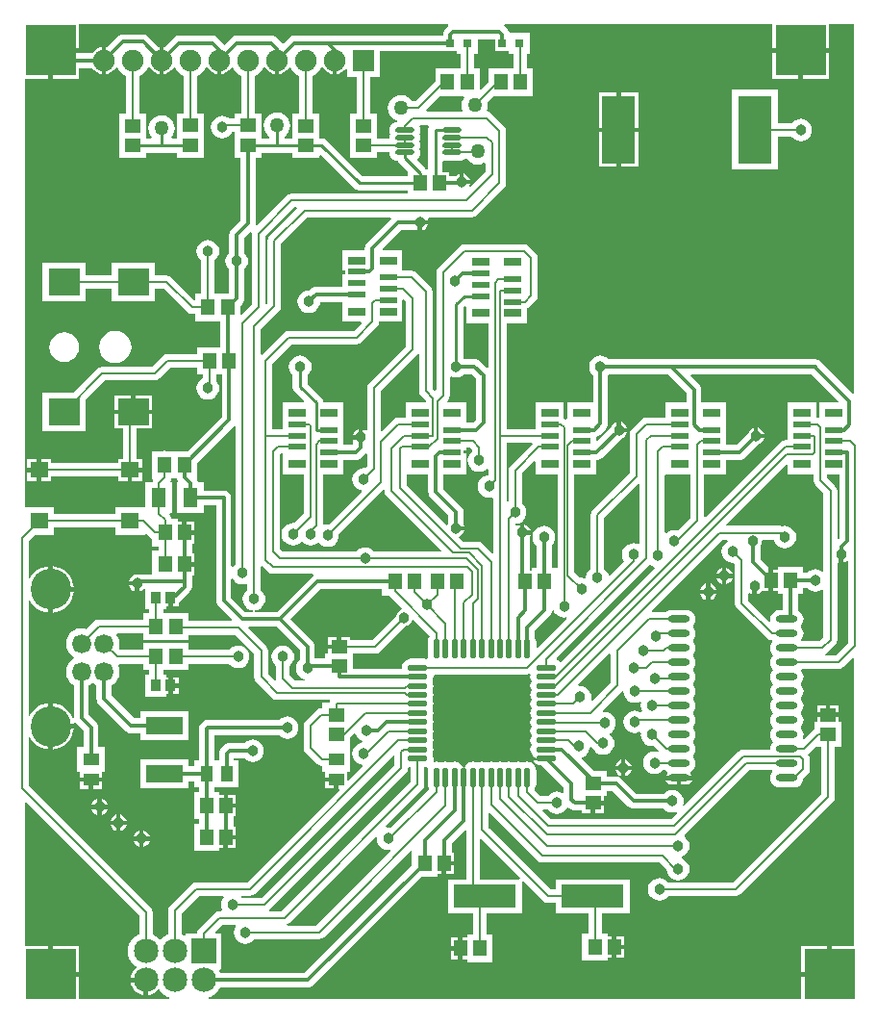
<source format=gtl>
G04 Layer_Physical_Order=1*
G04 Layer_Color=255*
%FSAX24Y24*%
%MOIN*%
G70*
G01*
G75*
%ADD10R,0.1181X0.2362*%
%ADD11R,0.0591X0.0236*%
%ADD12R,0.0591X0.0315*%
%ADD13R,0.0472X0.0551*%
%ADD14O,0.0748X0.0236*%
%ADD15O,0.0689X0.0217*%
%ADD16O,0.0217X0.0689*%
%ADD17R,0.0453X0.0551*%
%ADD18R,0.0315X0.0315*%
%ADD19R,0.0551X0.0453*%
%ADD20R,0.0453X0.0532*%
%ADD21R,0.1102X0.0945*%
%ADD22R,0.0630X0.0551*%
%ADD23R,0.0512X0.0669*%
%ADD24R,0.2165X0.0787*%
%ADD25R,0.0551X0.0472*%
%ADD26R,0.0559X0.0445*%
%ADD27R,0.0445X0.0559*%
%ADD28R,0.0354X0.0394*%
%ADD29R,0.1260X0.0591*%
%ADD30O,0.0669X0.0177*%
%ADD31C,0.0100*%
%ADD32C,0.0060*%
%ADD33C,0.0120*%
%ADD34C,0.0080*%
%ADD35C,0.0750*%
%ADD36R,0.0750X0.0750*%
%ADD37C,0.0850*%
%ADD38R,0.0850X0.0850*%
%ADD39R,0.1750X0.1750*%
%ADD40C,0.0662*%
%ADD41C,0.1410*%
%ADD42C,0.0380*%
%ADD43C,0.0500*%
G36*
X024588Y028200D02*
X024588Y028200D01*
X024597Y028132D01*
X024623Y028069D01*
X024665Y028015D01*
X025288Y027391D01*
Y027075D01*
X025285Y027068D01*
X025226Y027056D01*
X023835Y028447D01*
Y028821D01*
X024588D01*
Y028200D01*
D02*
G37*
G36*
X028200Y029882D02*
X027434Y029116D01*
X027383Y029040D01*
X027365Y028950D01*
Y027866D01*
X027364Y027865D01*
X027314Y027893D01*
Y029928D01*
X028181D01*
X028200Y029882D01*
D02*
G37*
G36*
X028939Y024103D02*
X028959Y024053D01*
X029022Y023972D01*
X029103Y023909D01*
X029198Y023870D01*
X029300Y023857D01*
X029363Y023865D01*
X029386Y023818D01*
X028382Y022814D01*
X028336Y022833D01*
Y023011D01*
X028325Y023091D01*
X028294Y023166D01*
X028287Y023175D01*
Y023416D01*
X028805Y023934D01*
X028805Y023934D01*
X028846Y023988D01*
X028873Y024051D01*
X028875Y024066D01*
X028930Y024105D01*
X028939Y024103D01*
D02*
G37*
G36*
X037722Y024872D02*
X037803Y024809D01*
X037898Y024770D01*
X038000Y024757D01*
X038102Y024770D01*
X038197Y024809D01*
X038245Y024847D01*
X038295Y024822D01*
Y023177D01*
X038153Y023035D01*
X037534D01*
X037524Y023046D01*
X037512Y023085D01*
X037554Y023140D01*
X037586Y023217D01*
X037597Y023300D01*
X037586Y023383D01*
X037554Y023460D01*
X037511Y023516D01*
X037506Y023550D01*
X037511Y023584D01*
X037554Y023640D01*
X037586Y023717D01*
X037597Y023800D01*
X037586Y023883D01*
X037554Y023960D01*
X037503Y024027D01*
X037436Y024078D01*
X037397Y024094D01*
Y024674D01*
X037571D01*
Y024888D01*
X037710D01*
X037722Y024872D01*
D02*
G37*
G36*
X031915Y028469D02*
Y026437D01*
X031865Y026404D01*
X031802Y026430D01*
X031700Y026443D01*
X031598Y026430D01*
X031503Y026391D01*
X031422Y026328D01*
X031359Y026247D01*
X031320Y026152D01*
X031307Y026050D01*
X031320Y025948D01*
X031359Y025853D01*
X031386Y025818D01*
X030880Y025312D01*
X030833Y025328D01*
X030830Y025352D01*
X030791Y025447D01*
X030728Y025528D01*
X030685Y025562D01*
Y027303D01*
X031869Y028488D01*
X031915Y028469D01*
D02*
G37*
G36*
X038844Y026615D02*
X038811Y026582D01*
X038765Y026601D01*
Y028260D01*
X038747Y028350D01*
X038696Y028426D01*
X038415Y028707D01*
Y028821D01*
X038844D01*
Y026615D01*
D02*
G37*
G36*
X033685Y027317D02*
X033235Y026866D01*
X033202Y026880D01*
X033100Y026893D01*
X032998Y026880D01*
X032903Y026841D01*
X032835Y026788D01*
X032785Y026806D01*
Y028779D01*
X032805Y028821D01*
X033685D01*
Y027317D01*
D02*
G37*
G36*
X024228Y032984D02*
X024265Y032972D01*
Y031700D01*
X024283Y031610D01*
X024334Y031534D01*
X024511Y031357D01*
X024504Y031307D01*
X023805D01*
Y030791D01*
X023550D01*
X023460Y030773D01*
X023384Y030722D01*
X022981Y030319D01*
X022935Y030338D01*
Y031703D01*
X024215Y032984D01*
X024228Y032984D01*
D02*
G37*
G36*
X023815Y034803D02*
Y033247D01*
X022534Y031966D01*
X022483Y031890D01*
X022465Y031800D01*
Y030363D01*
X022415Y030339D01*
X022396Y030353D01*
X022326Y030383D01*
X022325Y030383D01*
Y030100D01*
X022250D01*
Y030025D01*
X021967D01*
X021967Y030024D01*
X021988Y029975D01*
Y029859D01*
X021963Y029834D01*
X021648D01*
Y030041D01*
Y030593D01*
Y031307D01*
X020953D01*
X020935Y031398D01*
X020880Y031480D01*
X020405Y031956D01*
Y032254D01*
X020428Y032272D01*
X020491Y032353D01*
X020530Y032448D01*
X020543Y032550D01*
X020530Y032652D01*
X020491Y032747D01*
X020428Y032828D01*
X020347Y032891D01*
X020252Y032930D01*
X020150Y032943D01*
X020048Y032930D01*
X019953Y032891D01*
X019872Y032828D01*
X019809Y032747D01*
X019770Y032652D01*
X019757Y032550D01*
X019770Y032448D01*
X019809Y032353D01*
X019872Y032272D01*
X019895Y032254D01*
Y031850D01*
X019914Y031752D01*
X019970Y031670D01*
X020286Y031354D01*
X020267Y031307D01*
X019555D01*
Y030593D01*
Y030397D01*
X019185D01*
Y032653D01*
X019847Y033315D01*
X022100D01*
X022190Y033333D01*
X022266Y033384D01*
X022816Y033934D01*
X022816Y033934D01*
X022867Y034010D01*
X022884Y034099D01*
X023695D01*
Y034532D01*
Y034858D01*
X023741Y034877D01*
X023815Y034803D01*
D02*
G37*
G36*
X027778Y014840D02*
X027759Y014794D01*
X026370D01*
Y016183D01*
X026416Y016203D01*
X027778Y014840D01*
D02*
G37*
G36*
X022465Y029524D02*
Y029097D01*
X022405Y029036D01*
X022350Y029043D01*
X022248Y029030D01*
X022153Y028991D01*
X022072Y028928D01*
X022009Y028847D01*
X021970Y028752D01*
X021957Y028650D01*
X021970Y028548D01*
X022009Y028453D01*
X022072Y028372D01*
X022153Y028309D01*
X022248Y028270D01*
X022272Y028267D01*
X022288Y028220D01*
X021155Y027086D01*
X021100Y027093D01*
X020998Y027080D01*
X020976Y027071D01*
X020935Y027099D01*
Y028821D01*
X021648D01*
Y029310D01*
X022072D01*
X022072Y029310D01*
X022140Y029319D01*
X022203Y029345D01*
X022257Y029387D01*
X022415Y029545D01*
X022465Y029524D01*
D02*
G37*
G36*
X024630Y023223D02*
Y023198D01*
X024606Y023166D01*
X024575Y023091D01*
X024564Y023011D01*
Y022538D01*
X024574Y022466D01*
X024556Y022444D01*
X024534Y022426D01*
X024462Y022436D01*
X023989D01*
X023909Y022425D01*
X023834Y022394D01*
X023770Y022345D01*
X023720Y022280D01*
X023689Y022205D01*
X023678Y022125D01*
X023680Y022110D01*
X023647Y022072D01*
X021976D01*
Y022605D01*
X022750D01*
X022844Y022624D01*
X022923Y022677D01*
X023812Y023566D01*
X023826Y023567D01*
X023896Y023597D01*
X023957Y023643D01*
X024003Y023704D01*
X024026Y023758D01*
X024079Y023775D01*
X024630Y023223D01*
D02*
G37*
G36*
X032353Y025659D02*
X032427Y025629D01*
X032442Y025574D01*
X029193Y022325D01*
X029143Y022328D01*
X029130Y022345D01*
X029066Y022394D01*
X029044Y022403D01*
X029034Y022452D01*
X032290Y025708D01*
X032353Y025659D01*
D02*
G37*
G36*
X020138Y022741D02*
Y022390D01*
X020122Y022378D01*
X020059Y022297D01*
X020020Y022202D01*
X020007Y022100D01*
X020020Y021998D01*
X020059Y021903D01*
X020122Y021822D01*
X020203Y021759D01*
X020298Y021720D01*
X020289Y021672D01*
X019974D01*
X019795Y021851D01*
Y022196D01*
X019828Y022222D01*
X019891Y022303D01*
X019930Y022398D01*
X019943Y022500D01*
X019930Y022602D01*
X019891Y022697D01*
X019828Y022778D01*
X019747Y022841D01*
X019652Y022880D01*
X019550Y022893D01*
X019448Y022880D01*
X019353Y022841D01*
X019272Y022778D01*
X019209Y022697D01*
X019170Y022602D01*
X019157Y022500D01*
X019170Y022398D01*
X019209Y022303D01*
X019272Y022222D01*
X019305Y022196D01*
Y021750D01*
X019315Y021702D01*
X019269Y021677D01*
X019045Y021901D01*
Y022700D01*
X019026Y022794D01*
X018973Y022873D01*
X018355Y023492D01*
X018374Y023538D01*
X019341D01*
X020138Y022741D01*
D02*
G37*
G36*
X037055Y029158D02*
Y028821D01*
X037945D01*
Y028610D01*
X037963Y028520D01*
X038014Y028444D01*
X038295Y028163D01*
Y025478D01*
X038245Y025453D01*
X038197Y025491D01*
X038102Y025530D01*
X038000Y025543D01*
X037898Y025530D01*
X037803Y025491D01*
X037722Y025428D01*
X037710Y025412D01*
X037571D01*
Y025626D01*
X036698D01*
Y025526D01*
X036540D01*
Y025150D01*
Y024774D01*
X036698D01*
Y024674D01*
X036872D01*
Y024121D01*
X036764D01*
X036681Y024110D01*
X036604Y024078D01*
X036537Y024027D01*
X036486Y023960D01*
X036454Y023883D01*
X036443Y023800D01*
X036450Y023753D01*
X036402Y023729D01*
X035685Y024447D01*
Y024687D01*
X035735Y024711D01*
X035754Y024697D01*
X035824Y024667D01*
X035825Y024667D01*
Y024950D01*
X035975D01*
Y024667D01*
X035976Y024667D01*
X036046Y024697D01*
X036107Y024743D01*
X036131Y024774D01*
X036390D01*
Y025150D01*
Y025596D01*
X036112Y025874D01*
Y026375D01*
X036133Y026424D01*
X036142Y026500D01*
X036141Y026508D01*
X036174Y026545D01*
X036571D01*
X036609Y026453D01*
X036672Y026372D01*
X036753Y026309D01*
X036848Y026270D01*
X036950Y026257D01*
X037052Y026270D01*
X037147Y026309D01*
X037228Y026372D01*
X037291Y026453D01*
X037330Y026548D01*
X037343Y026650D01*
X037330Y026752D01*
X037291Y026847D01*
X037228Y026928D01*
X037147Y026991D01*
X037052Y027030D01*
X036950Y027043D01*
X036848Y027030D01*
X036844Y027028D01*
X036810Y027035D01*
X034932D01*
X034913Y027081D01*
X037009Y029177D01*
X037055Y029158D01*
D02*
G37*
G36*
X028093Y021903D02*
X028134Y021867D01*
X028135Y021865D01*
X028127Y021810D01*
X028138Y021729D01*
X028169Y021654D01*
X028170Y021652D01*
X028169Y021650D01*
X028138Y021575D01*
X028127Y021495D01*
X028138Y021414D01*
X028169Y021339D01*
X028170Y021337D01*
X028169Y021335D01*
X028138Y021260D01*
X028127Y021180D01*
X028138Y021099D01*
X028169Y021024D01*
X028170Y021022D01*
X028169Y021020D01*
X028138Y020945D01*
X028127Y020865D01*
X028138Y020784D01*
X028169Y020710D01*
X028170Y020707D01*
X028169Y020705D01*
X028138Y020630D01*
X028127Y020550D01*
X028138Y020470D01*
X028169Y020395D01*
X028170Y020393D01*
X028169Y020391D01*
X028138Y020316D01*
X028127Y020235D01*
X028138Y020155D01*
X028169Y020080D01*
X028170Y020078D01*
X028169Y020076D01*
X028138Y020001D01*
X028127Y019920D01*
X028138Y019840D01*
X028169Y019765D01*
X028170Y019763D01*
X028169Y019761D01*
X028138Y019686D01*
X028127Y019605D01*
X028138Y019525D01*
X028169Y019450D01*
X028170Y019448D01*
X028169Y019446D01*
X028138Y019371D01*
X028127Y019290D01*
X028138Y019210D01*
X028169Y019135D01*
X028218Y019070D01*
X028241Y019053D01*
X028240Y019047D01*
X028244Y019050D01*
X028244D01*
X028283Y019021D01*
X028358Y018990D01*
X028438Y018979D01*
X028674D01*
Y018900D01*
X028241D01*
X028242Y018894D01*
X028288Y018825D01*
X028357Y018779D01*
X028438Y018763D01*
X028516D01*
X029288Y017991D01*
Y017815D01*
X029238Y017794D01*
X029152Y017830D01*
X029050Y017843D01*
X028948Y017830D01*
X028853Y017791D01*
X028772Y017728D01*
X028738Y017685D01*
X028472D01*
X028263Y017893D01*
X028294Y017934D01*
X028325Y018009D01*
X028336Y018089D01*
Y018562D01*
X028325Y018642D01*
X028294Y018717D01*
X028245Y018782D01*
X028180Y018831D01*
X028105Y018862D01*
X028025Y018873D01*
X027944Y018862D01*
X027869Y018831D01*
X027867Y018830D01*
X027865Y018831D01*
X027790Y018862D01*
X027710Y018873D01*
X027629Y018862D01*
X027554Y018831D01*
X027552Y018830D01*
X027550Y018831D01*
X027475Y018862D01*
X027395Y018873D01*
X027314Y018862D01*
X027239Y018831D01*
X027237Y018830D01*
X027235Y018831D01*
X027160Y018862D01*
X027080Y018873D01*
X026999Y018862D01*
X026924Y018831D01*
X026922Y018830D01*
X026920Y018831D01*
X026845Y018862D01*
X026765Y018873D01*
X026684Y018862D01*
X026609Y018831D01*
X026607Y018830D01*
X026605Y018831D01*
X026530Y018862D01*
X026450Y018873D01*
X026370Y018862D01*
X026295Y018831D01*
X026293Y018830D01*
X026291Y018831D01*
X026216Y018862D01*
X026135Y018873D01*
X026055Y018862D01*
X025980Y018831D01*
X025915Y018782D01*
X025898Y018759D01*
X025895Y018759D01*
Y018756D01*
X025866Y018717D01*
X025835Y018642D01*
X025824Y018562D01*
Y018326D01*
X025816D01*
Y018562D01*
X025805Y018642D01*
X025774Y018717D01*
X025745Y018756D01*
Y018759D01*
X025743Y018759D01*
X025725Y018782D01*
X025661Y018831D01*
X025586Y018862D01*
X025505Y018873D01*
X025425Y018862D01*
X025350Y018831D01*
X025348Y018830D01*
X025346Y018831D01*
X025271Y018862D01*
X025190Y018873D01*
X025110Y018862D01*
X025035Y018831D01*
X025033Y018830D01*
X025031Y018831D01*
X024956Y018862D01*
X024875Y018873D01*
X024803Y018863D01*
X024781Y018881D01*
X024763Y018903D01*
X024773Y018975D01*
X024762Y019056D01*
X024731Y019131D01*
X024730Y019133D01*
X024731Y019135D01*
X024762Y019210D01*
X024773Y019290D01*
X024762Y019371D01*
X024731Y019446D01*
X024730Y019448D01*
X024731Y019450D01*
X024762Y019525D01*
X024773Y019605D01*
X024762Y019686D01*
X024731Y019761D01*
X024730Y019763D01*
X024731Y019765D01*
X024762Y019840D01*
X024773Y019920D01*
X024762Y020001D01*
X024731Y020076D01*
X024730Y020078D01*
X024731Y020080D01*
X024762Y020155D01*
X024773Y020235D01*
X024762Y020316D01*
X024731Y020391D01*
X024730Y020393D01*
X024731Y020395D01*
X024762Y020470D01*
X024773Y020550D01*
X024762Y020630D01*
X024731Y020705D01*
X024730Y020707D01*
X024731Y020710D01*
X024762Y020784D01*
X024773Y020865D01*
X024762Y020945D01*
X024731Y021020D01*
X024730Y021022D01*
X024731Y021024D01*
X024762Y021099D01*
X024773Y021180D01*
X024762Y021260D01*
X024731Y021335D01*
X024730Y021337D01*
X024731Y021339D01*
X024762Y021414D01*
X024773Y021495D01*
X024762Y021575D01*
X024731Y021650D01*
X024730Y021652D01*
X024731Y021654D01*
X024762Y021729D01*
X024773Y021810D01*
X024767Y021853D01*
X024800Y021890D01*
X028025D01*
X028092Y021904D01*
X028093Y021903D01*
D02*
G37*
G36*
X033538Y031641D02*
Y031307D01*
X032805D01*
Y030791D01*
X032156D01*
X032067Y030773D01*
X031990Y030722D01*
X031634Y030366D01*
X031583Y030290D01*
X031565Y030200D01*
Y028847D01*
X030284Y027566D01*
X030233Y027490D01*
X030215Y027400D01*
Y025562D01*
X030172Y025528D01*
X030109Y025447D01*
X030070Y025352D01*
X030058Y025261D01*
X030016Y025224D01*
X030002Y025230D01*
X029900Y025243D01*
X029845Y025236D01*
X029655Y025427D01*
Y028821D01*
X030398D01*
Y029271D01*
X030422Y029310D01*
X030490Y029319D01*
X030553Y029345D01*
X030607Y029387D01*
X031297Y030076D01*
X031346Y030097D01*
X031407Y030143D01*
X031453Y030204D01*
X031483Y030274D01*
X031483Y030275D01*
X031200D01*
Y030350D01*
X031125D01*
Y030633D01*
X031124Y030633D01*
X031054Y030603D01*
X030993Y030557D01*
X030947Y030496D01*
X030926Y030447D01*
X030444Y029965D01*
X030398Y029984D01*
Y030103D01*
X030418Y030106D01*
X030481Y030132D01*
X030535Y030174D01*
X030745Y030383D01*
X030745Y030383D01*
X030787Y030438D01*
X030813Y030501D01*
X030822Y030569D01*
X030822Y030569D01*
Y032250D01*
X030838Y032262D01*
X030850Y032278D01*
X032901D01*
X033538Y031641D01*
D02*
G37*
G36*
X013735Y026724D02*
X014765D01*
Y026738D01*
X014811Y026757D01*
X014934Y026634D01*
X014934Y026634D01*
X015010Y026583D01*
X015029Y026580D01*
Y026324D01*
X015231D01*
Y026176D01*
X015029D01*
Y025362D01*
X014550D01*
X014550Y025362D01*
X014482Y025353D01*
X014436Y025334D01*
X014424Y025333D01*
X014354Y025303D01*
X014293Y025257D01*
X014247Y025196D01*
X014217Y025126D01*
X014217Y025125D01*
X014500D01*
Y025050D01*
X014575D01*
Y024767D01*
X014576Y024767D01*
X014646Y024797D01*
X014700Y024838D01*
X014767D01*
Y024153D01*
X014911D01*
Y024016D01*
X014729D01*
Y023795D01*
X013164D01*
X013070Y023776D01*
X012991Y023723D01*
X012729Y023461D01*
X012706Y023471D01*
X012567Y023489D01*
X012428Y023471D01*
X012299Y023417D01*
X012188Y023332D01*
X012103Y023221D01*
X012049Y023092D01*
X012031Y022953D01*
X012049Y022815D01*
X012103Y022685D01*
X012188Y022574D01*
X012299Y022489D01*
X012307Y022486D01*
Y022436D01*
X012299Y022433D01*
X012188Y022348D01*
X012103Y022237D01*
X012049Y022108D01*
X012031Y021969D01*
X012049Y021830D01*
X012103Y021701D01*
X012188Y021590D01*
X012299Y021505D01*
X012305Y021503D01*
Y020383D01*
X012305Y020383D01*
X012256Y020374D01*
X012247Y020401D01*
X012173Y020540D01*
X012072Y020663D01*
X011949Y020764D01*
X011810Y020838D01*
X011658Y020884D01*
X011575Y020893D01*
Y020166D01*
X012302D01*
X012297Y020209D01*
X012305Y020216D01*
X012373Y020209D01*
X012381Y020198D01*
X012638Y019941D01*
Y019371D01*
X012420D01*
Y018526D01*
X012520D01*
Y018327D01*
X013280D01*
Y018526D01*
X013380D01*
Y019371D01*
X013162D01*
Y020050D01*
X013162Y020050D01*
X013153Y020118D01*
X013127Y020181D01*
X013085Y020235D01*
X013085Y020235D01*
X012829Y020492D01*
Y021503D01*
X012835Y021505D01*
X012925Y021574D01*
X012961Y021585D01*
X012996Y021574D01*
X013086Y021505D01*
X013092Y021503D01*
Y021046D01*
X013092Y021046D01*
X013101Y020978D01*
X013127Y020915D01*
X013169Y020860D01*
X014111Y019918D01*
X014111Y019918D01*
X014165Y019876D01*
X014229Y019850D01*
X014296Y019841D01*
X014620D01*
Y019608D01*
X016280D01*
Y020599D01*
X014620D01*
Y020366D01*
X014405D01*
X013617Y021154D01*
Y021503D01*
X013622Y021505D01*
X013733Y021590D01*
X013818Y021701D01*
X013872Y021830D01*
X013890Y021969D01*
X013872Y022108D01*
X013831Y022205D01*
X013865Y022255D01*
X014729D01*
Y022034D01*
X014911D01*
Y021897D01*
X014767D01*
Y021103D01*
X015521D01*
Y021203D01*
X015581D01*
Y021500D01*
Y021797D01*
X015521D01*
Y021897D01*
X015400D01*
Y022034D01*
X016271D01*
Y022255D01*
X017696D01*
X017722Y022222D01*
X017803Y022159D01*
X017898Y022120D01*
X018000Y022107D01*
X018102Y022120D01*
X018197Y022159D01*
X018278Y022222D01*
X018341Y022303D01*
X018380Y022398D01*
X018393Y022500D01*
X018380Y022602D01*
X018341Y022697D01*
X018278Y022778D01*
X018197Y022841D01*
X018102Y022880D01*
X018000Y022893D01*
X017898Y022880D01*
X017803Y022841D01*
X017722Y022778D01*
X017696Y022745D01*
X016271D01*
Y022966D01*
X014729D01*
Y022745D01*
X013909D01*
X013862Y022791D01*
X013872Y022815D01*
X013890Y022953D01*
X013872Y023092D01*
X013818Y023221D01*
X013788Y023260D01*
X013810Y023305D01*
X014729D01*
Y023084D01*
X016271D01*
Y023255D01*
X017899D01*
X018555Y022599D01*
Y021800D01*
X018574Y021706D01*
X018627Y021627D01*
X019180Y021074D01*
X019259Y021021D01*
X019353Y021003D01*
X021164D01*
X021189Y020960D01*
X021169Y020921D01*
X020924D01*
Y020748D01*
X020885Y020719D01*
X020795Y020701D01*
X020719Y020650D01*
X020719Y020650D01*
X020334Y020266D01*
X020283Y020190D01*
X020265Y020100D01*
Y019350D01*
X020283Y019260D01*
X020334Y019184D01*
X020734Y018784D01*
X020734Y018784D01*
X020810Y018733D01*
X020900Y018715D01*
X020920D01*
Y018528D01*
X021020D01*
Y018328D01*
X021400D01*
Y018253D01*
X021475D01*
Y017931D01*
X021484D01*
X021503Y017885D01*
X018303Y014685D01*
X016550D01*
X016460Y014667D01*
X016384Y014616D01*
X015634Y013866D01*
X015583Y013790D01*
X015565Y013700D01*
Y012882D01*
X015560Y012880D01*
X015451Y012822D01*
X015356Y012744D01*
X015325Y012706D01*
X015275D01*
X015244Y012744D01*
X015149Y012822D01*
X015040Y012880D01*
X015035Y012882D01*
Y013650D01*
X015017Y013740D01*
X014966Y013816D01*
X010735Y018047D01*
Y019709D01*
X010785Y019722D01*
X010827Y019642D01*
X010928Y019519D01*
X011051Y019418D01*
X011190Y019344D01*
X011342Y019298D01*
X011425Y019289D01*
Y020091D01*
Y020893D01*
X011342Y020884D01*
X011190Y020838D01*
X011051Y020764D01*
X010928Y020663D01*
X010827Y020540D01*
X010785Y020460D01*
X010735Y020473D01*
Y024450D01*
X010785Y024462D01*
X010827Y024382D01*
X010928Y024259D01*
X011051Y024159D01*
X011190Y024084D01*
X011342Y024038D01*
X011425Y024030D01*
Y024831D01*
Y025633D01*
X011342Y025625D01*
X011190Y025578D01*
X011051Y025504D01*
X010928Y025403D01*
X010827Y025281D01*
X010785Y025200D01*
X010735Y025213D01*
Y026502D01*
X010956Y026724D01*
X011615D01*
Y026965D01*
X013735D01*
Y026724D01*
D02*
G37*
G36*
X017812Y025200D02*
X017872Y025122D01*
X017953Y025059D01*
X018048Y025020D01*
X018150Y025007D01*
X018252Y025020D01*
X018274Y025029D01*
X018315Y025001D01*
Y024812D01*
X018272Y024778D01*
X018209Y024697D01*
X018170Y024602D01*
X018157Y024500D01*
X018170Y024398D01*
X018209Y024303D01*
X018272Y024222D01*
X018353Y024159D01*
X018448Y024120D01*
X018507Y024112D01*
X018504Y024062D01*
X018259D01*
X017762Y024559D01*
Y025168D01*
X017807Y025200D01*
X017812Y025200D01*
D02*
G37*
G36*
X015891Y028638D02*
X015913Y028585D01*
X015895Y028535D01*
X015895D01*
Y027465D01*
X016807D01*
Y027738D01*
X017238D01*
Y024450D01*
X017238Y024450D01*
X017247Y024382D01*
X017273Y024319D01*
X017315Y024265D01*
X017788Y023791D01*
X017769Y023745D01*
X016271D01*
Y024016D01*
X015400D01*
Y024153D01*
X015521D01*
Y024253D01*
X015581D01*
Y024550D01*
X015731D01*
Y024253D01*
X015933D01*
Y024358D01*
X015941Y024365D01*
X016320Y024743D01*
X016320Y024743D01*
X016362Y024798D01*
X016388Y024861D01*
X016397Y024929D01*
X016397Y024929D01*
Y025324D01*
X016471D01*
Y025625D01*
X016135D01*
Y025775D01*
X016471D01*
Y026076D01*
X016397D01*
Y026424D01*
X016471D01*
Y026725D01*
X016135D01*
Y026800D01*
X016060D01*
Y027176D01*
X015902D01*
Y027276D01*
X015692D01*
X015682Y027324D01*
X015631Y027400D01*
X015612Y027419D01*
X015632Y027465D01*
X015705D01*
Y028535D01*
X015678D01*
X015651Y028585D01*
X015672Y028616D01*
X015684Y028674D01*
X015886D01*
X015891Y028638D01*
D02*
G37*
G36*
X031515Y017315D02*
X031515Y017315D01*
X031569Y017273D01*
X031632Y017247D01*
X031700Y017238D01*
X031700Y017238D01*
X032760D01*
X032772Y017222D01*
X032853Y017159D01*
X032948Y017120D01*
X033050Y017107D01*
X033152Y017120D01*
X033179Y017131D01*
X033207Y017089D01*
X033003Y016885D01*
X028847D01*
X028562Y017169D01*
X028581Y017215D01*
X028738D01*
X028772Y017172D01*
X028853Y017109D01*
X028948Y017070D01*
X029050Y017057D01*
X029152Y017070D01*
X029247Y017109D01*
X029328Y017172D01*
X029391Y017253D01*
X029398Y017272D01*
X029447Y017282D01*
X029484Y017245D01*
X029484Y017245D01*
X029538Y017204D01*
X029601Y017177D01*
X029669Y017168D01*
X029669Y017168D01*
X029924D01*
Y017094D01*
X030225D01*
Y017431D01*
X030300D01*
Y017506D01*
X030676D01*
Y017664D01*
X030776D01*
Y017838D01*
X030991D01*
X031515Y017315D01*
D02*
G37*
G36*
X019034Y025434D02*
X019110Y025383D01*
X019200Y025365D01*
X020587D01*
X020604Y025315D01*
X020565Y025285D01*
X020565Y025285D01*
X019341Y024062D01*
X018596D01*
X018593Y024112D01*
X018652Y024120D01*
X018747Y024159D01*
X018828Y024222D01*
X018891Y024303D01*
X018930Y024398D01*
X018943Y024500D01*
X018930Y024602D01*
X018891Y024697D01*
X018828Y024778D01*
X018785Y024812D01*
Y025619D01*
X018831Y025638D01*
X019034Y025434D01*
D02*
G37*
G36*
X038975Y025767D02*
X038976Y025767D01*
X039046Y025797D01*
X039100Y025838D01*
X039150Y025825D01*
Y022981D01*
X038703Y022535D01*
X038350D01*
X038341Y022581D01*
X038341Y022585D01*
X038416Y022634D01*
X038696Y022914D01*
X038747Y022990D01*
X038765Y023080D01*
Y025747D01*
X038806Y025775D01*
X038824Y025767D01*
X038825Y025767D01*
Y026050D01*
X038975D01*
Y025767D01*
D02*
G37*
G36*
X026110Y029658D02*
X026108Y029606D01*
X026072Y029578D01*
X026009Y029497D01*
X025970Y029402D01*
X025957Y029300D01*
X025970Y029198D01*
X026009Y029103D01*
X026072Y029022D01*
X026153Y028959D01*
X026248Y028920D01*
X026350Y028907D01*
X026452Y028920D01*
X026547Y028959D01*
X026615Y029012D01*
X026665Y028994D01*
Y028789D01*
X026598Y028780D01*
X026503Y028741D01*
X026422Y028678D01*
X026359Y028597D01*
X026320Y028502D01*
X026307Y028400D01*
X026320Y028298D01*
X026359Y028203D01*
X026422Y028122D01*
X026503Y028059D01*
X026598Y028020D01*
X026700Y028007D01*
X026795Y028019D01*
X026815Y028013D01*
X026845Y027993D01*
Y026102D01*
X026799Y026082D01*
X026466Y026416D01*
X026390Y026467D01*
X026300Y026485D01*
X025797D01*
X025656Y026626D01*
X025668Y026685D01*
X025696Y026697D01*
X025757Y026743D01*
X025803Y026804D01*
X025833Y026874D01*
X025833Y026875D01*
X025550D01*
Y027025D01*
X025833D01*
X025833Y027026D01*
X025812Y027075D01*
Y027500D01*
X025803Y027568D01*
X025777Y027631D01*
X025735Y027685D01*
X025735Y027685D01*
X025112Y028309D01*
Y028821D01*
X025898D01*
Y029536D01*
X025798D01*
Y029648D01*
X025898D01*
Y029731D01*
X026037D01*
X026110Y029658D01*
D02*
G37*
G36*
X019555Y028821D02*
X020265D01*
Y027447D01*
X019955Y027136D01*
X019900Y027143D01*
X019798Y027130D01*
X019703Y027091D01*
X019622Y027028D01*
X019559Y026947D01*
X019520Y026852D01*
X019507Y026750D01*
X019520Y026648D01*
X019559Y026553D01*
X019622Y026472D01*
X019703Y026409D01*
X019798Y026370D01*
X019900Y026357D01*
X020002Y026370D01*
X020097Y026409D01*
X020178Y026472D01*
X020222D01*
X020303Y026409D01*
X020398Y026370D01*
X020500Y026357D01*
X020602Y026370D01*
X020697Y026409D01*
X020743Y026445D01*
X020811Y026436D01*
X020822Y026422D01*
X020903Y026359D01*
X020998Y026320D01*
X021100Y026307D01*
X021202Y026320D01*
X021297Y026359D01*
X021378Y026422D01*
X021441Y026503D01*
X021480Y026598D01*
X021493Y026700D01*
X021486Y026755D01*
X023019Y028288D01*
X023065Y028269D01*
Y028250D01*
X023083Y028160D01*
X023134Y028084D01*
X025038Y026181D01*
X025019Y026135D01*
X022712D01*
X022678Y026178D01*
X022597Y026241D01*
X022502Y026280D01*
X022400Y026293D01*
X022298Y026280D01*
X022203Y026241D01*
X022122Y026178D01*
X022088Y026135D01*
X019547D01*
X019435Y026247D01*
Y029503D01*
X019466Y029534D01*
X019555D01*
Y028821D01*
D02*
G37*
G36*
X017915Y030480D02*
Y025712D01*
X017872Y025678D01*
X017812Y025600D01*
X017807Y025600D01*
X017762Y025632D01*
Y028000D01*
X017753Y028068D01*
X017727Y028131D01*
X017685Y028185D01*
X017631Y028227D01*
X017568Y028253D01*
X017500Y028262D01*
X016807D01*
Y028535D01*
X016609D01*
X016604Y028567D01*
X016579Y028628D01*
X016571Y028674D01*
X016571Y028674D01*
X016571Y028674D01*
Y029206D01*
X017865Y030500D01*
X017915Y030480D01*
D02*
G37*
G36*
X022994Y024624D02*
X023239D01*
X023258Y024596D01*
X023675Y024179D01*
X023658Y024126D01*
X023604Y024103D01*
X023543Y024057D01*
X023497Y023996D01*
X023467Y023926D01*
X023466Y023912D01*
X022649Y023095D01*
X021876D01*
Y023186D01*
X021575D01*
Y022850D01*
X021500D01*
Y022775D01*
X021124D01*
Y022617D01*
X021024D01*
Y022443D01*
X020662D01*
Y022850D01*
X020662Y022850D01*
X020653Y022918D01*
X020627Y022981D01*
X020585Y023035D01*
X020585Y023035D01*
X019821Y023800D01*
X020859Y024838D01*
X022994D01*
Y024624D01*
D02*
G37*
G36*
X024556Y018656D02*
X024574Y018634D01*
X024564Y018562D01*
Y018089D01*
X024575Y018009D01*
X024606Y017934D01*
X024620Y017916D01*
X023286Y016582D01*
X023200Y016593D01*
X023137Y016585D01*
X023114Y016632D01*
X024391Y017910D01*
X024391Y017910D01*
X024442Y017986D01*
X024460Y018076D01*
X024460Y018076D01*
Y018664D01*
X024462D01*
X024534Y018674D01*
X024556Y018656D01*
D02*
G37*
G36*
X028305Y029258D02*
Y028821D01*
X029065D01*
Y025621D01*
X029056Y025576D01*
X028882D01*
Y026376D01*
X028941Y026453D01*
X028980Y026548D01*
X028993Y026650D01*
X028980Y026752D01*
X028941Y026847D01*
X028878Y026928D01*
X028797Y026991D01*
X028702Y027030D01*
X028600Y027043D01*
X028498Y027030D01*
X028403Y026991D01*
X028322Y026928D01*
X028259Y026847D01*
X028220Y026752D01*
X028207Y026650D01*
X028220Y026548D01*
X028259Y026453D01*
X028322Y026372D01*
X028357Y026345D01*
Y025576D01*
X028183D01*
Y025476D01*
X028112D01*
Y026675D01*
X028133Y026724D01*
X028133Y026725D01*
X027850D01*
Y026800D01*
X027775D01*
Y027083D01*
X027774Y027083D01*
X027704Y027053D01*
X027679Y027035D01*
X027629Y027059D01*
Y027111D01*
X027702Y027120D01*
X027797Y027159D01*
X027878Y027222D01*
X027941Y027303D01*
X027980Y027398D01*
X027993Y027500D01*
X027980Y027602D01*
X027941Y027697D01*
X027878Y027778D01*
X027835Y027812D01*
Y028853D01*
X028259Y029277D01*
X028305Y029258D01*
D02*
G37*
G36*
X038807Y031354D02*
X038787Y031307D01*
X038157D01*
Y030816D01*
X038118Y030784D01*
X038084Y030791D01*
X038045D01*
Y031307D01*
X037055D01*
Y030593D01*
Y030238D01*
Y030003D01*
X036969D01*
X036879Y029986D01*
X036803Y029935D01*
X034201Y027332D01*
X034155Y027351D01*
Y028821D01*
X034898D01*
Y029310D01*
X035372D01*
X035372Y029310D01*
X035440Y029319D01*
X035503Y029345D01*
X035557Y029387D01*
X036047Y029876D01*
X036096Y029897D01*
X036157Y029943D01*
X036203Y030004D01*
X036233Y030074D01*
X036233Y030075D01*
X035950D01*
Y030150D01*
X035875D01*
Y030433D01*
X035874Y030433D01*
X035804Y030403D01*
X035743Y030357D01*
X035697Y030296D01*
X035676Y030247D01*
X035263Y029834D01*
X034898D01*
Y030041D01*
Y030593D01*
Y031307D01*
X034062D01*
Y031750D01*
X034062Y031750D01*
X034053Y031818D01*
X034027Y031881D01*
X033985Y031935D01*
X033985Y031935D01*
X033689Y032232D01*
X033708Y032278D01*
X037882D01*
X038807Y031354D01*
D02*
G37*
G36*
X025979Y039679D02*
X026073Y039607D01*
X026183Y039562D01*
X026300Y039546D01*
X026417Y039562D01*
X026515Y039602D01*
X026565Y039580D01*
Y039297D01*
X026043Y038775D01*
X026003Y038804D01*
X026033Y038874D01*
X026033Y038875D01*
X025750D01*
Y038950D01*
X025675D01*
Y039233D01*
X025674Y039233D01*
X025604Y039203D01*
X025550Y039162D01*
X025306D01*
Y039276D01*
X025089D01*
Y039641D01*
X025139Y039681D01*
X025181Y039675D01*
X025673D01*
X025748Y039685D01*
X025818Y039714D01*
X025841Y039732D01*
X025939D01*
X025979Y039679D01*
D02*
G37*
G36*
X022079Y019827D02*
X022109Y019753D01*
X022172Y019672D01*
X022253Y019609D01*
X022305Y019588D01*
X022298Y019537D01*
X022248Y019530D01*
X022153Y019491D01*
X022072Y019428D01*
X022009Y019347D01*
X021970Y019252D01*
X021957Y019150D01*
X021970Y019048D01*
X022009Y018953D01*
X022072Y018872D01*
X022153Y018809D01*
X022248Y018770D01*
X022310Y018762D01*
X022328Y018709D01*
X021826Y018207D01*
X021780Y018226D01*
Y018528D01*
X021880D01*
Y019372D01*
X021880D01*
X021876Y019379D01*
Y019694D01*
X022024Y019842D01*
X022079Y019827D01*
D02*
G37*
G36*
X025843Y041874D02*
X025807Y041827D01*
X025762Y041717D01*
X025746Y041600D01*
X025762Y041483D01*
X025785Y041426D01*
X025757Y041385D01*
X024531D01*
X024512Y041431D01*
X025006Y041924D01*
X025819D01*
X025843Y041874D01*
D02*
G37*
G36*
X034964Y026495D02*
X034953Y026491D01*
X034872Y026428D01*
X034809Y026347D01*
X034770Y026252D01*
X034757Y026150D01*
X034770Y026048D01*
X034809Y025953D01*
X034872Y025872D01*
X034953Y025809D01*
X035048Y025770D01*
X035150Y025757D01*
X035168Y025759D01*
X035215Y025717D01*
Y024350D01*
X035233Y024260D01*
X035284Y024184D01*
X036334Y023134D01*
X036410Y023083D01*
X036500Y023065D01*
X036506D01*
X036516Y023054D01*
X036529Y023015D01*
X036486Y022960D01*
X036454Y022883D01*
X036443Y022800D01*
X036454Y022717D01*
X036486Y022640D01*
X036529Y022584D01*
X036534Y022550D01*
X036529Y022516D01*
X036486Y022460D01*
X036454Y022383D01*
X036443Y022300D01*
X036454Y022217D01*
X036486Y022140D01*
X036529Y022084D01*
X036534Y022050D01*
X036529Y022016D01*
X036486Y021960D01*
X036454Y021883D01*
X036443Y021800D01*
X036454Y021717D01*
X036486Y021640D01*
X036529Y021584D01*
X036534Y021550D01*
X036529Y021516D01*
X036486Y021460D01*
X036454Y021383D01*
X036443Y021300D01*
X036454Y021217D01*
X036486Y021140D01*
X036529Y021084D01*
X036534Y021050D01*
X036529Y021016D01*
X036486Y020960D01*
X036454Y020883D01*
X036443Y020800D01*
X036454Y020717D01*
X036486Y020640D01*
X036529Y020584D01*
X036534Y020550D01*
X036529Y020516D01*
X036486Y020460D01*
X036454Y020383D01*
X036443Y020300D01*
X036454Y020217D01*
X036486Y020140D01*
X036529Y020084D01*
X036534Y020050D01*
X036529Y020016D01*
X036486Y019960D01*
X036454Y019883D01*
X036443Y019800D01*
X036454Y019717D01*
X036486Y019640D01*
X036529Y019584D01*
X036534Y019550D01*
X036529Y019516D01*
X036486Y019460D01*
X036454Y019383D01*
X036443Y019300D01*
X036430Y019285D01*
X035500D01*
X035500Y019285D01*
X035410Y019267D01*
X035334Y019216D01*
X035334Y019216D01*
X033461Y017343D01*
X033419Y017371D01*
X033430Y017398D01*
X033443Y017500D01*
X033430Y017602D01*
X033391Y017697D01*
X033328Y017778D01*
X033247Y017841D01*
X033152Y017880D01*
X033050Y017893D01*
X032948Y017880D01*
X032853Y017841D01*
X032772Y017778D01*
X032760Y017762D01*
X031809D01*
X031285Y018285D01*
X031231Y018327D01*
X031168Y018353D01*
X031100Y018362D01*
X031100Y018362D01*
X030776D01*
Y018536D01*
X030335D01*
X029897Y018974D01*
X029916Y019026D01*
X029997Y019059D01*
X030078Y019122D01*
X030141Y019203D01*
X030180Y019298D01*
X030188Y019360D01*
X030241Y019378D01*
X030284Y019334D01*
X030284Y019334D01*
X030301Y019323D01*
X030309Y019303D01*
X030372Y019222D01*
X030453Y019159D01*
X030548Y019120D01*
X030650Y019107D01*
X030752Y019120D01*
X030847Y019159D01*
X030928Y019222D01*
X030991Y019303D01*
X031030Y019398D01*
X031043Y019500D01*
X031030Y019602D01*
X030991Y019697D01*
X030928Y019778D01*
X030888Y019809D01*
X030893Y019848D01*
X030901Y019862D01*
X030978Y019922D01*
X031041Y020003D01*
X031080Y020098D01*
X031093Y020200D01*
X031080Y020302D01*
X031041Y020397D01*
X030978Y020478D01*
X030897Y020541D01*
X030802Y020580D01*
X030700Y020593D01*
X030654Y020587D01*
X030631Y020635D01*
X031308Y021312D01*
X031333Y021306D01*
X031358Y021291D01*
X031370Y021198D01*
X031409Y021103D01*
X031472Y021022D01*
X031553Y020959D01*
X031648Y020920D01*
X031750Y020907D01*
X031852Y020920D01*
X031938Y020956D01*
X031961Y020941D01*
X031978Y020920D01*
X031970Y020902D01*
X031957Y020800D01*
X031970Y020698D01*
X032008Y020607D01*
X032006Y020602D01*
X031960Y020580D01*
X031947Y020591D01*
X031852Y020630D01*
X031750Y020643D01*
X031648Y020630D01*
X031553Y020591D01*
X031472Y020528D01*
X031409Y020447D01*
X031370Y020352D01*
X031357Y020250D01*
X031370Y020148D01*
X031409Y020053D01*
X031472Y019972D01*
X031553Y019909D01*
X031648Y019870D01*
X031750Y019857D01*
X031852Y019870D01*
X031919Y019898D01*
X031965Y019863D01*
X031957Y019800D01*
X031970Y019698D01*
X032009Y019603D01*
X032072Y019522D01*
X032153Y019459D01*
X032248Y019420D01*
X032350Y019407D01*
X032405Y019414D01*
X032570Y019248D01*
X032542Y019206D01*
X032532Y019210D01*
X032430Y019223D01*
X032328Y019210D01*
X032233Y019171D01*
X032152Y019108D01*
X032089Y019027D01*
X032050Y018932D01*
X032037Y018830D01*
X032050Y018728D01*
X032089Y018633D01*
X032152Y018552D01*
X032233Y018489D01*
X032328Y018450D01*
X032430Y018437D01*
X032532Y018450D01*
X032627Y018489D01*
X032708Y018552D01*
X032719Y018565D01*
X032807D01*
X032864Y018522D01*
X032877Y018517D01*
X032881Y018467D01*
X032867Y018457D01*
X032819Y018385D01*
X032817Y018375D01*
X033280D01*
X033743D01*
X033741Y018385D01*
X033693Y018457D01*
X033678Y018467D01*
X033683Y018517D01*
X033696Y018522D01*
X033763Y018573D01*
X033814Y018640D01*
X033846Y018717D01*
X033857Y018800D01*
X033846Y018883D01*
X033814Y018960D01*
X033771Y019016D01*
X033766Y019050D01*
X033771Y019084D01*
X033814Y019140D01*
X033846Y019217D01*
X033857Y019300D01*
X033846Y019383D01*
X033814Y019460D01*
X033763Y019527D01*
Y019573D01*
X033814Y019640D01*
X033846Y019717D01*
X033857Y019800D01*
X033846Y019883D01*
X033814Y019960D01*
X033763Y020027D01*
Y020073D01*
X033814Y020140D01*
X033846Y020217D01*
X033857Y020300D01*
X033846Y020383D01*
X033814Y020460D01*
X033763Y020527D01*
Y020573D01*
X033814Y020640D01*
X033846Y020717D01*
X033857Y020800D01*
X033846Y020883D01*
X033814Y020960D01*
X033763Y021027D01*
Y021073D01*
X033814Y021140D01*
X033846Y021217D01*
X033857Y021300D01*
X033846Y021383D01*
X033814Y021460D01*
X033763Y021527D01*
Y021573D01*
X033814Y021640D01*
X033846Y021717D01*
X033857Y021800D01*
X033846Y021883D01*
X033814Y021960D01*
X033763Y022027D01*
Y022073D01*
X033814Y022140D01*
X033846Y022217D01*
X033857Y022300D01*
X033846Y022383D01*
X033814Y022460D01*
X033763Y022527D01*
Y022573D01*
X033814Y022640D01*
X033846Y022717D01*
X033857Y022800D01*
X033846Y022883D01*
X033814Y022960D01*
X033763Y023027D01*
Y023073D01*
X033814Y023140D01*
X033846Y023217D01*
X033857Y023300D01*
X033846Y023383D01*
X033814Y023460D01*
X033763Y023527D01*
Y023573D01*
X033814Y023640D01*
X033846Y023717D01*
X033857Y023800D01*
X033846Y023883D01*
X033814Y023960D01*
X033763Y024027D01*
X033696Y024078D01*
X033619Y024110D01*
X033536Y024121D01*
X033024D01*
X032941Y024110D01*
X032864Y024078D01*
X032820Y024045D01*
X032356D01*
X032337Y024091D01*
X034791Y026545D01*
X034955D01*
X034964Y026495D01*
D02*
G37*
G36*
X024029Y015777D02*
Y015285D01*
X020307Y011562D01*
X017369D01*
X017335Y011625D01*
X017363Y011675D01*
X017425D01*
Y012925D01*
X017222D01*
X017203Y012971D01*
X017447Y013215D01*
X017906D01*
X017928Y013171D01*
X017909Y013147D01*
X017870Y013052D01*
X017857Y012950D01*
X017870Y012848D01*
X017909Y012753D01*
X017972Y012672D01*
X018053Y012609D01*
X018148Y012570D01*
X018250Y012557D01*
X018352Y012570D01*
X018447Y012609D01*
X018528Y012672D01*
X018562Y012715D01*
X020800D01*
X020890Y012733D01*
X020966Y012784D01*
X023979Y015797D01*
X024029Y015777D01*
D02*
G37*
G36*
X024621Y040865D02*
X024598Y040831D01*
X024579Y040734D01*
Y039376D01*
X024517D01*
X024480Y039430D01*
X024210Y039701D01*
X024213Y039751D01*
X024225Y039760D01*
X024271Y039821D01*
X024300Y039891D01*
X024310Y039966D01*
X024300Y040041D01*
X024279Y040094D01*
X024300Y040147D01*
X024310Y040222D01*
X024300Y040297D01*
X024279Y040350D01*
X024300Y040403D01*
X024310Y040478D01*
X024300Y040553D01*
X024279Y040606D01*
X024300Y040659D01*
X024310Y040734D01*
X024300Y040809D01*
X024277Y040865D01*
X024301Y040915D01*
X024594D01*
X024621Y040865D01*
D02*
G37*
G36*
X030905Y022594D02*
Y021601D01*
X030271Y020967D01*
X030229Y020996D01*
X030230Y020998D01*
X030243Y021100D01*
X030230Y021202D01*
X030191Y021297D01*
X030128Y021378D01*
X030047Y021441D01*
X029952Y021480D01*
X029850Y021493D01*
X029804Y021487D01*
X029781Y021535D01*
X030859Y022613D01*
X030905Y022594D01*
D02*
G37*
G36*
X014565Y013553D02*
Y012882D01*
X014560Y012880D01*
X014451Y012822D01*
X014356Y012744D01*
X014278Y012649D01*
X014220Y012540D01*
X014184Y012423D01*
X014172Y012300D01*
X014184Y012177D01*
X014220Y012060D01*
X014278Y011951D01*
X014356Y011856D01*
X014451Y011778D01*
X014475Y011765D01*
X014479Y011715D01*
X014426Y011674D01*
X014341Y011565D01*
X014289Y011437D01*
X014280Y011375D01*
X014800D01*
Y011300D01*
X014875D01*
Y010780D01*
X014937Y010789D01*
X015065Y010841D01*
X015174Y010926D01*
X015215Y010979D01*
X015265Y010975D01*
X015278Y010951D01*
X015356Y010856D01*
X015451Y010778D01*
X015560Y010720D01*
X015625Y010700D01*
X015617Y010650D01*
X012475D01*
Y011425D01*
X011500D01*
Y011500D01*
X011425D01*
Y012475D01*
X010600D01*
Y017453D01*
X010646Y017472D01*
X014565Y013553D01*
D02*
G37*
G36*
X039350Y031617D02*
X039304Y031598D01*
X038241Y032661D01*
X038237Y032672D01*
X038195Y032726D01*
X038141Y032768D01*
X038077Y032794D01*
X038009Y032803D01*
X033009D01*
X033009Y032803D01*
X033009Y032803D01*
X030850D01*
X030838Y032819D01*
X030756Y032881D01*
X030661Y032921D01*
X030559Y032934D01*
X030458Y032921D01*
X030363Y032881D01*
X030281Y032819D01*
X030219Y032737D01*
X030179Y032642D01*
X030166Y032541D01*
X030179Y032439D01*
X030219Y032344D01*
X030281Y032262D01*
X030297Y032250D01*
Y031307D01*
X029407D01*
Y030732D01*
X029357Y030711D01*
X029346Y030722D01*
X029295Y030756D01*
Y031307D01*
X028305D01*
Y030593D01*
Y030397D01*
X027314D01*
Y034043D01*
X027998D01*
Y034570D01*
X028033Y034577D01*
X028110Y034628D01*
X028316Y034834D01*
X028367Y034910D01*
X028385Y035000D01*
Y036300D01*
X028367Y036390D01*
X028316Y036466D01*
X028066Y036716D01*
X027990Y036767D01*
X027900Y036785D01*
X025850D01*
X025760Y036767D01*
X025684Y036716D01*
X024934Y035966D01*
X024883Y035890D01*
X024865Y035800D01*
Y031731D01*
X024819Y031712D01*
X024735Y031797D01*
Y035150D01*
X024735Y035150D01*
X024717Y035240D01*
X024666Y035316D01*
X024666Y035316D01*
X024178Y035803D01*
X024102Y035854D01*
X024013Y035872D01*
X023695D01*
Y036585D01*
X023022D01*
X023003Y036632D01*
X023659Y037288D01*
X024175D01*
X024224Y037267D01*
X024225Y037267D01*
Y037550D01*
X024300D01*
Y037625D01*
X024583D01*
X024583Y037626D01*
X024566Y037665D01*
X024599Y037715D01*
X026100D01*
X026190Y037733D01*
X026266Y037784D01*
X027216Y038734D01*
X027267Y038810D01*
X027285Y038900D01*
Y040700D01*
X027267Y040790D01*
X027216Y040866D01*
X026766Y041316D01*
X026690Y041367D01*
X026648Y041375D01*
X026617Y041432D01*
X026638Y041483D01*
X026654Y041600D01*
X026640Y041708D01*
X026856Y041924D01*
X028221D01*
Y042876D01*
X028029D01*
Y043393D01*
X028107D01*
Y044107D01*
X027413D01*
X027413Y044108D01*
X027387Y044172D01*
X027345Y044226D01*
X027345Y044226D01*
X027235Y044335D01*
X027216Y044350D01*
X027233Y044400D01*
X036525D01*
Y043575D01*
X038475D01*
Y044400D01*
X039350D01*
Y031617D01*
D02*
G37*
G36*
X025284Y044350D02*
X025265Y044335D01*
X025265Y044335D01*
X025174Y044245D01*
X025132Y044191D01*
X025106Y044127D01*
X025097Y044059D01*
X025095Y044012D01*
X021100D01*
X021100Y044012D01*
X021100Y044012D01*
X019950D01*
X019950Y044012D01*
X019882Y044003D01*
X019819Y043977D01*
X019765Y043935D01*
X019765Y043935D01*
X019579Y043750D01*
X019515Y043756D01*
X019335Y043935D01*
X019281Y043977D01*
X019218Y044003D01*
X019150Y044012D01*
X019150Y044012D01*
X017950D01*
X017950Y044012D01*
X017882Y044003D01*
X017819Y043977D01*
X017765Y043935D01*
X017765Y043935D01*
X017525Y043696D01*
X017285Y043935D01*
X017231Y043977D01*
X017168Y044003D01*
X017100Y044012D01*
X017100Y044012D01*
X015950D01*
X015950Y044012D01*
X015882Y044003D01*
X015819Y043977D01*
X015765Y043935D01*
X015765Y043935D01*
X015446Y043617D01*
X015425Y043619D01*
Y043150D01*
Y042681D01*
X015474Y042687D01*
X015590Y042735D01*
X015689Y042811D01*
X015765Y042910D01*
X015771Y042925D01*
X015821D01*
X015848Y042860D01*
X015940Y042740D01*
X016060Y042648D01*
X016115Y042625D01*
Y041326D01*
X015874D01*
Y040460D01*
X015720D01*
X015695Y040510D01*
X015743Y040573D01*
X015788Y040683D01*
X015804Y040800D01*
X015788Y040917D01*
X015743Y041027D01*
X015671Y041121D01*
X015577Y041193D01*
X015467Y041238D01*
X015350Y041254D01*
X015233Y041238D01*
X015123Y041193D01*
X015029Y041121D01*
X014957Y041027D01*
X014912Y040917D01*
X014896Y040800D01*
X014912Y040683D01*
X014957Y040573D01*
X015005Y040510D01*
X014980Y040460D01*
X014826D01*
Y041321D01*
X014585D01*
Y042625D01*
X014640Y042648D01*
X014760Y042740D01*
X014852Y042860D01*
X014879Y042925D01*
X014929D01*
X014935Y042910D01*
X015011Y042811D01*
X015110Y042735D01*
X015226Y042687D01*
X015275Y042681D01*
Y043150D01*
Y043619D01*
X015254Y043617D01*
X014885Y043985D01*
X014831Y044027D01*
X014768Y044053D01*
X014700Y044062D01*
X014700Y044062D01*
X014000D01*
X014000Y044062D01*
X013932Y044053D01*
X013869Y044027D01*
X013815Y043985D01*
X013815Y043985D01*
X013446Y043617D01*
X013425Y043619D01*
Y043150D01*
Y042681D01*
X013474Y042687D01*
X013590Y042735D01*
X013689Y042811D01*
X013765Y042910D01*
X013771Y042925D01*
X013821D01*
X013848Y042860D01*
X013940Y042740D01*
X014060Y042648D01*
X014115Y042625D01*
Y041321D01*
X013874D01*
Y040468D01*
Y039779D01*
X014826D01*
Y039951D01*
X015874D01*
Y039785D01*
X016826D01*
Y040474D01*
Y041326D01*
X016585D01*
Y042625D01*
X016640Y042648D01*
X016760Y042740D01*
X016852Y042860D01*
X016879Y042925D01*
X016929D01*
X016935Y042910D01*
X017011Y042811D01*
X017110Y042735D01*
X017226Y042687D01*
X017275Y042681D01*
Y043150D01*
X017425D01*
Y042681D01*
X017474Y042687D01*
X017590Y042735D01*
X017689Y042811D01*
X017765Y042910D01*
X017771Y042925D01*
X017821D01*
X017848Y042860D01*
X017940Y042740D01*
X018060Y042648D01*
X018115Y042625D01*
Y041326D01*
X017874D01*
Y041135D01*
X017720D01*
X017647Y041191D01*
X017552Y041230D01*
X017450Y041243D01*
X017348Y041230D01*
X017253Y041191D01*
X017172Y041128D01*
X017109Y041047D01*
X017070Y040952D01*
X017057Y040850D01*
X017070Y040748D01*
X017109Y040653D01*
X017172Y040572D01*
X017253Y040509D01*
X017348Y040470D01*
X017450Y040457D01*
X017552Y040470D01*
X017647Y040509D01*
X017728Y040572D01*
X017791Y040653D01*
X017796Y040665D01*
X017874D01*
Y040474D01*
Y039785D01*
X018088D01*
Y037609D01*
X017765Y037285D01*
X017723Y037231D01*
X017697Y037168D01*
X017688Y037100D01*
X017688Y037100D01*
Y036490D01*
X017672Y036478D01*
X017609Y036397D01*
X017570Y036302D01*
X017557Y036200D01*
X017570Y036098D01*
X017609Y036003D01*
X017672Y035922D01*
X017688Y035910D01*
Y035076D01*
X017190D01*
Y036243D01*
X017228Y036272D01*
X017291Y036353D01*
X017330Y036448D01*
X017343Y036550D01*
X017330Y036652D01*
X017291Y036747D01*
X017228Y036828D01*
X017147Y036891D01*
X017052Y036930D01*
X016950Y036943D01*
X016848Y036930D01*
X016753Y036891D01*
X016672Y036828D01*
X016609Y036747D01*
X016570Y036652D01*
X016557Y036550D01*
X016570Y036448D01*
X016609Y036353D01*
X016672Y036272D01*
X016721Y036234D01*
Y035076D01*
X016529D01*
Y034873D01*
X016479Y034853D01*
X015694Y035638D01*
X015618Y035689D01*
X015528Y035707D01*
X015121D01*
Y036145D01*
X013619D01*
Y035707D01*
X012720D01*
Y036145D01*
X011217D01*
Y034800D01*
X012720D01*
Y035238D01*
X013619D01*
Y034800D01*
X015121D01*
Y035238D01*
X015431D01*
X016234Y034434D01*
X016310Y034383D01*
X016400Y034365D01*
X016529D01*
Y034124D01*
X017382D01*
Y033226D01*
X016579D01*
Y032985D01*
X015550D01*
X015460Y032967D01*
X015384Y032916D01*
X015003Y032535D01*
X013285D01*
X013195Y032517D01*
X013119Y032466D01*
X012309Y031656D01*
X011217D01*
Y030311D01*
X012720D01*
Y031403D01*
X013382Y032065D01*
X015100D01*
X015190Y032083D01*
X015266Y032134D01*
X015647Y032515D01*
X016579D01*
Y032274D01*
X016771D01*
Y032148D01*
X016753Y032141D01*
X016672Y032078D01*
X016609Y031997D01*
X016570Y031902D01*
X016557Y031800D01*
X016570Y031698D01*
X016609Y031603D01*
X016672Y031522D01*
X016753Y031459D01*
X016848Y031420D01*
X016950Y031407D01*
X017052Y031420D01*
X017147Y031459D01*
X017228Y031522D01*
X017291Y031603D01*
X017330Y031698D01*
X017343Y031800D01*
X017330Y031902D01*
X017291Y031997D01*
X017240Y032063D01*
Y032274D01*
X017432D01*
Y030809D01*
X016249Y029626D01*
X015528D01*
X015456Y029640D01*
X015383Y029626D01*
X015029D01*
Y028674D01*
X015029D01*
X015056Y028624D01*
X015032Y028589D01*
X015021Y028535D01*
X014793D01*
Y027714D01*
X014765Y027676D01*
X013735D01*
Y027435D01*
X011615D01*
Y027676D01*
X010600D01*
Y042525D01*
X011425D01*
Y043500D01*
X011500D01*
Y043575D01*
X012475D01*
Y044400D01*
X025267D01*
X025284Y044350D01*
D02*
G37*
G36*
X021425Y042681D02*
X021474Y042687D01*
X021590Y042735D01*
X021689Y042811D01*
X021725Y042858D01*
X021775Y042841D01*
Y042575D01*
X022115D01*
Y041321D01*
X021874D01*
Y040468D01*
Y039779D01*
X022826D01*
Y039988D01*
X023217D01*
X023236Y039966D01*
X023246Y039891D01*
X023275Y039821D01*
X023321Y039760D01*
X023382Y039714D01*
X023452Y039685D01*
X023527Y039675D01*
X023541D01*
X023593Y039597D01*
X023864Y039326D01*
Y039155D01*
X022306D01*
X021075Y040386D01*
X020992Y040441D01*
X020894Y040460D01*
X020826D01*
Y041321D01*
X020585D01*
Y042625D01*
X020640Y042648D01*
X020760Y042740D01*
X020852Y042860D01*
X020879Y042925D01*
X020929D01*
X020935Y042910D01*
X021011Y042811D01*
X021110Y042735D01*
X021226Y042687D01*
X021275Y042681D01*
Y043150D01*
X021425D01*
Y042681D01*
D02*
G37*
G36*
X025593Y043393D02*
X025715D01*
Y042876D01*
X024835D01*
Y042416D01*
X024153Y041735D01*
X024037D01*
X023971Y041821D01*
X023877Y041893D01*
X023767Y041938D01*
X023650Y041954D01*
X023533Y041938D01*
X023423Y041893D01*
X023329Y041821D01*
X023257Y041727D01*
X023212Y041617D01*
X023196Y041500D01*
X023212Y041383D01*
X023257Y041273D01*
X023329Y041179D01*
X023423Y041107D01*
X023506Y041073D01*
X023499Y041021D01*
X023452Y041015D01*
X023382Y040986D01*
X023321Y040940D01*
X023275Y040879D01*
X023246Y040809D01*
X023236Y040734D01*
X023246Y040659D01*
X023268Y040606D01*
X023246Y040553D01*
X023236Y040478D01*
X023217Y040457D01*
X022826D01*
Y041321D01*
X022585D01*
Y042575D01*
X022925D01*
Y043488D01*
X025359D01*
X025396Y043493D01*
X025593D01*
Y043393D01*
D02*
G37*
G36*
X026897Y043750D02*
X026902Y043714D01*
Y043493D01*
X027123D01*
X027159Y043488D01*
X027196Y043493D01*
X027393D01*
Y043393D01*
X027560D01*
Y042876D01*
X026679D01*
Y042411D01*
X026423Y042154D01*
X026376Y042173D01*
Y042876D01*
X026185D01*
Y043393D01*
X026307D01*
Y043888D01*
X026897D01*
Y043750D01*
D02*
G37*
G36*
X019425Y042681D02*
X019474Y042687D01*
X019590Y042735D01*
X019689Y042811D01*
X019765Y042910D01*
X019771Y042925D01*
X019821D01*
X019848Y042860D01*
X019940Y042740D01*
X020060Y042648D01*
X020115Y042625D01*
Y041321D01*
X019874D01*
Y040460D01*
X019605D01*
Y040528D01*
X019671Y040579D01*
X019743Y040673D01*
X019788Y040783D01*
X019804Y040900D01*
X019788Y041017D01*
X019743Y041127D01*
X019671Y041221D01*
X019577Y041293D01*
X019467Y041338D01*
X019350Y041354D01*
X019233Y041338D01*
X019123Y041293D01*
X019029Y041221D01*
X018957Y041127D01*
X018912Y041017D01*
X018896Y040900D01*
X018912Y040783D01*
X018957Y040673D01*
X019029Y040579D01*
X019095Y040528D01*
Y040460D01*
X018826D01*
Y041326D01*
X018585D01*
Y042625D01*
X018640Y042648D01*
X018760Y042740D01*
X018852Y042860D01*
X018879Y042925D01*
X018929D01*
X018935Y042910D01*
X019011Y042811D01*
X019110Y042735D01*
X019226Y042687D01*
X019275Y042681D01*
Y043150D01*
X019425D01*
Y042681D01*
D02*
G37*
G36*
X023989Y018664D02*
X023991D01*
Y018173D01*
X019503Y013685D01*
X019078D01*
X019066Y013722D01*
X019066Y013735D01*
X023816Y018484D01*
X023816Y018484D01*
X023867Y018560D01*
X023881Y018632D01*
X023896Y018655D01*
X023935Y018671D01*
X023989Y018664D01*
D02*
G37*
G36*
X022815Y016263D02*
X022807Y016200D01*
X022820Y016098D01*
X022859Y016003D01*
X022922Y015922D01*
X023003Y015859D01*
X023098Y015820D01*
X023200Y015807D01*
X023263Y015815D01*
X023286Y015768D01*
X020703Y013185D01*
X019700D01*
X019691Y013231D01*
X019691Y013235D01*
X019766Y013284D01*
X022768Y016286D01*
X022815Y016263D01*
D02*
G37*
G36*
X018471Y037180D02*
X018465Y037150D01*
Y034697D01*
X018117Y034349D01*
X018071Y034368D01*
Y034656D01*
X018135Y034720D01*
X018135Y034720D01*
X018177Y034774D01*
X018203Y034838D01*
X018212Y034906D01*
X018212Y034906D01*
Y035910D01*
X018228Y035922D01*
X018291Y036003D01*
X018330Y036098D01*
X018343Y036200D01*
X018330Y036302D01*
X018291Y036397D01*
X018228Y036478D01*
X018212Y036490D01*
Y036991D01*
X018425Y037204D01*
X018471Y037180D01*
D02*
G37*
G36*
X025905Y034624D02*
Y034043D01*
X026665D01*
Y032521D01*
X026619Y032502D01*
X026376Y032745D01*
X026322Y032787D01*
X026258Y032813D01*
X026191Y032822D01*
X026191Y032822D01*
X025840D01*
X025828Y032838D01*
X025805Y032855D01*
Y034594D01*
X025855Y034644D01*
X025905Y034624D01*
D02*
G37*
G36*
X039350Y022453D02*
Y012475D01*
X038575D01*
Y011500D01*
X038500D01*
Y011425D01*
X037525D01*
Y010650D01*
X016983D01*
X016975Y010700D01*
X017040Y010720D01*
X017149Y010778D01*
X017244Y010856D01*
X017322Y010951D01*
X017369Y011038D01*
X020415D01*
X020415Y011038D01*
X020483Y011047D01*
X020546Y011073D01*
X020601Y011115D01*
X024361Y014874D01*
X024902D01*
Y014974D01*
X025060D01*
Y015350D01*
X025135D01*
Y015425D01*
X025471D01*
Y015726D01*
X025397D01*
Y016026D01*
X025854Y016483D01*
X025901Y016464D01*
Y014794D01*
X025267D01*
Y013606D01*
X026135D01*
Y012876D01*
X025933D01*
Y012776D01*
X025775D01*
Y012400D01*
Y012024D01*
X025933D01*
Y011924D01*
X026806D01*
Y012876D01*
X026604D01*
Y013606D01*
X027833D01*
Y014720D01*
X027879Y014739D01*
X028584Y014034D01*
X028660Y013983D01*
X028750Y013965D01*
X029007D01*
Y013606D01*
X030131D01*
Y012926D01*
X029929D01*
Y011974D01*
X030802D01*
Y012074D01*
X030960D01*
Y012450D01*
Y012826D01*
X030802D01*
Y012926D01*
X030600D01*
Y013606D01*
X031573D01*
Y014794D01*
X029007D01*
Y014435D01*
X028847D01*
X026685Y016597D01*
Y017069D01*
X026731Y017088D01*
X028384Y015434D01*
X028460Y015383D01*
X028550Y015365D01*
X032603D01*
X032862Y015106D01*
X032870Y015048D01*
X032909Y014953D01*
X032972Y014872D01*
X033053Y014809D01*
X033148Y014770D01*
X033250Y014757D01*
X033352Y014770D01*
X033447Y014809D01*
X033528Y014872D01*
X033591Y014953D01*
X033630Y015048D01*
X033643Y015150D01*
X033630Y015252D01*
X033591Y015347D01*
X033528Y015428D01*
X033447Y015491D01*
X033367Y015524D01*
Y015576D01*
X033447Y015609D01*
X033528Y015672D01*
X033591Y015753D01*
X033630Y015848D01*
X033643Y015950D01*
X033630Y016052D01*
X033591Y016147D01*
X033528Y016228D01*
X033473Y016271D01*
X033465Y016334D01*
X035697Y018565D01*
X036506D01*
X036516Y018554D01*
X036529Y018515D01*
X036486Y018460D01*
X036454Y018383D01*
X036443Y018300D01*
X036454Y018217D01*
X036486Y018140D01*
X036537Y018073D01*
X036604Y018022D01*
X036681Y017990D01*
X036764Y017979D01*
X037276D01*
X037359Y017990D01*
X037436Y018022D01*
X037503Y018073D01*
X037554Y018140D01*
X037586Y018217D01*
X037595Y018283D01*
X037756Y018444D01*
X037807Y018520D01*
X037825Y018610D01*
Y018950D01*
X037807Y019040D01*
X037756Y019116D01*
X037757Y019128D01*
X037766Y019134D01*
X038011Y019379D01*
X038215D01*
Y017747D01*
X035153Y014685D01*
X032912D01*
X032878Y014728D01*
X032797Y014791D01*
X032702Y014830D01*
X032600Y014843D01*
X032498Y014830D01*
X032403Y014791D01*
X032322Y014728D01*
X032259Y014647D01*
X032220Y014552D01*
X032207Y014450D01*
X032220Y014348D01*
X032259Y014253D01*
X032322Y014172D01*
X032403Y014109D01*
X032498Y014070D01*
X032600Y014057D01*
X032702Y014070D01*
X032797Y014109D01*
X032878Y014172D01*
X032912Y014215D01*
X035250D01*
X035340Y014233D01*
X035416Y014284D01*
X038616Y017484D01*
X038667Y017560D01*
X038685Y017650D01*
Y019379D01*
X038926D01*
Y020232D01*
X038826D01*
Y020419D01*
X038450D01*
X038074D01*
Y020232D01*
X037974D01*
Y019995D01*
X037940Y019971D01*
X037608Y019640D01*
X037566Y019668D01*
X037586Y019717D01*
X037597Y019800D01*
X037586Y019883D01*
X037554Y019960D01*
X037511Y020016D01*
X037506Y020050D01*
X037511Y020084D01*
X037554Y020140D01*
X037586Y020217D01*
X037597Y020300D01*
X037586Y020383D01*
X037554Y020460D01*
X037511Y020516D01*
X037506Y020550D01*
X037511Y020584D01*
X037554Y020640D01*
X037586Y020717D01*
X037597Y020800D01*
X037586Y020883D01*
X037554Y020960D01*
X037511Y021016D01*
X037506Y021050D01*
X037511Y021084D01*
X037554Y021140D01*
X037586Y021217D01*
X037597Y021300D01*
X037586Y021383D01*
X037554Y021460D01*
X037511Y021516D01*
X037506Y021550D01*
X037511Y021584D01*
X037554Y021640D01*
X037586Y021717D01*
X037597Y021800D01*
X037586Y021883D01*
X037554Y021960D01*
X037512Y022015D01*
X037524Y022054D01*
X037534Y022065D01*
X038800D01*
X038890Y022083D01*
X038966Y022134D01*
X039304Y022472D01*
X039350Y022453D01*
D02*
G37*
G36*
X023415Y019069D02*
Y018747D01*
X018803Y014135D01*
X018122D01*
X018097Y014169D01*
X018116Y014215D01*
X018400D01*
X018490Y014233D01*
X018566Y014284D01*
X023369Y019088D01*
X023415Y019069D01*
D02*
G37*
G36*
X026238Y032141D02*
Y030709D01*
X026151Y030622D01*
X025898D01*
Y031307D01*
X025254D01*
X025235Y031354D01*
X025266Y031384D01*
X025317Y031460D01*
X025335Y031550D01*
X025335Y031550D01*
Y032172D01*
X025385Y032206D01*
X025448Y032179D01*
X025550Y032166D01*
X025652Y032179D01*
X025747Y032219D01*
X025828Y032281D01*
X025840Y032297D01*
X026082D01*
X026238Y032141D01*
D02*
G37*
G36*
X023298Y037669D02*
X022465Y036835D01*
X022423Y036781D01*
X022397Y036718D01*
X022388Y036650D01*
X022388Y036650D01*
Y036585D01*
X021602D01*
Y035870D01*
X021702D01*
Y035759D01*
X021602D01*
Y035309D01*
X020697D01*
X020697Y035309D01*
X020629Y035300D01*
X020566Y035274D01*
X020511Y035232D01*
X020511Y035232D01*
X020470Y035191D01*
X020450Y035193D01*
X020348Y035180D01*
X020253Y035141D01*
X020172Y035078D01*
X020109Y034997D01*
X020070Y034902D01*
X020057Y034800D01*
X020070Y034698D01*
X020109Y034603D01*
X020172Y034522D01*
X020253Y034459D01*
X020348Y034420D01*
X020450Y034407D01*
X020552Y034420D01*
X020647Y034459D01*
X020728Y034522D01*
X020791Y034603D01*
X020830Y034698D01*
X020841Y034785D01*
X021602D01*
Y034099D01*
X022252D01*
X022271Y034053D01*
X022003Y033785D01*
X019750D01*
X019660Y033767D01*
X019584Y033716D01*
X018831Y032962D01*
X018785Y032981D01*
Y033853D01*
X019416Y034484D01*
X019416Y034484D01*
X019467Y034560D01*
X019485Y034650D01*
Y036803D01*
X020397Y037715D01*
X023279D01*
X023298Y037669D01*
D02*
G37*
G36*
X017512Y014165D02*
X017459Y014097D01*
X017420Y014002D01*
X017407Y013900D01*
X017420Y013798D01*
X017446Y013735D01*
X017413Y013685D01*
X017350D01*
X017260Y013667D01*
X017184Y013616D01*
X017184Y013616D01*
X016634Y013066D01*
X016583Y012990D01*
X016570Y012925D01*
X016175D01*
Y012863D01*
X016125Y012835D01*
X016040Y012880D01*
X016035Y012882D01*
Y013603D01*
X016647Y014215D01*
X017494D01*
X017512Y014165D01*
D02*
G37*
G36*
X020038Y038019D02*
X019084Y037066D01*
X019033Y036990D01*
X019015Y036900D01*
Y034747D01*
X018981Y034712D01*
X018935Y034731D01*
Y037053D01*
X019947Y038065D01*
X020019D01*
X020038Y038019D01*
D02*
G37*
G36*
X019874Y039779D02*
X020826D01*
Y039849D01*
X020872Y039868D01*
X022020Y038720D01*
X022102Y038665D01*
X022200Y038645D01*
X023864D01*
Y038535D01*
X019850D01*
X019850Y038535D01*
X019760Y038517D01*
X019684Y038466D01*
X019684Y038466D01*
X018654Y037436D01*
X018607Y037459D01*
X018612Y037500D01*
Y039785D01*
X018826D01*
Y039951D01*
X019874D01*
Y039779D01*
D02*
G37*
%LPC*%
G36*
X022175Y030383D02*
X022174Y030383D01*
X022104Y030353D01*
X022043Y030307D01*
X021997Y030246D01*
X021967Y030176D01*
X021967Y030175D01*
X022175D01*
Y030383D01*
D02*
G37*
G36*
X031275Y030633D02*
Y030425D01*
X031483D01*
X031483Y030426D01*
X031453Y030496D01*
X031407Y030557D01*
X031346Y030603D01*
X031276Y030633D01*
X031275Y030633D01*
D02*
G37*
G36*
X021325Y018178D02*
X021020D01*
Y017931D01*
X021325D01*
Y018178D01*
D02*
G37*
G36*
X017921Y017726D02*
X017660D01*
Y017425D01*
X017921D01*
Y017726D01*
D02*
G37*
G36*
X012825Y018177D02*
X012520D01*
Y017929D01*
X012825D01*
Y018177D01*
D02*
G37*
G36*
X013280D02*
X012975D01*
Y017929D01*
X013280D01*
Y018177D01*
D02*
G37*
G36*
X013275Y017583D02*
Y017375D01*
X013483D01*
X013483Y017376D01*
X013453Y017446D01*
X013407Y017507D01*
X013346Y017553D01*
X013276Y017583D01*
X013275Y017583D01*
D02*
G37*
G36*
X014575Y016125D02*
X014367D01*
X014367Y016124D01*
X014397Y016054D01*
X014443Y015993D01*
X014504Y015947D01*
X014574Y015917D01*
X014575Y015917D01*
Y016125D01*
D02*
G37*
G36*
X017906Y016175D02*
X017644D01*
Y015874D01*
X017906D01*
Y016175D01*
D02*
G37*
G36*
X014933Y016125D02*
X014725D01*
Y015917D01*
X014726Y015917D01*
X014796Y015947D01*
X014857Y015993D01*
X014903Y016054D01*
X014933Y016124D01*
X014933Y016125D01*
D02*
G37*
G36*
X013125Y017225D02*
X012917D01*
X012917Y017224D01*
X012947Y017154D01*
X012993Y017093D01*
X013054Y017047D01*
X013124Y017017D01*
X013125Y017017D01*
Y017225D01*
D02*
G37*
G36*
X013925Y017033D02*
Y016825D01*
X014133D01*
X014133Y016826D01*
X014103Y016896D01*
X014057Y016957D01*
X013996Y017003D01*
X013926Y017033D01*
X013925Y017033D01*
D02*
G37*
G36*
X013483Y017225D02*
X013275D01*
Y017017D01*
X013276Y017017D01*
X013346Y017047D01*
X013407Y017093D01*
X013453Y017154D01*
X013483Y017224D01*
X013483Y017225D01*
D02*
G37*
G36*
X013125Y017583D02*
X013124Y017583D01*
X013054Y017553D01*
X012993Y017507D01*
X012947Y017446D01*
X012917Y017376D01*
X012917Y017375D01*
X013125D01*
Y017583D01*
D02*
G37*
G36*
X014725Y016483D02*
Y016275D01*
X014933D01*
X014933Y016276D01*
X014903Y016346D01*
X014857Y016407D01*
X014796Y016453D01*
X014726Y016483D01*
X014725Y016483D01*
D02*
G37*
G36*
X014575D02*
X014574Y016483D01*
X014504Y016453D01*
X014443Y016407D01*
X014397Y016346D01*
X014367Y016276D01*
X014367Y016275D01*
X014575D01*
Y016483D01*
D02*
G37*
G36*
X013775Y016675D02*
X013567D01*
X013567Y016674D01*
X013597Y016604D01*
X013643Y016543D01*
X013704Y016497D01*
X013774Y016467D01*
X013775Y016467D01*
Y016675D01*
D02*
G37*
G36*
Y017033D02*
X013774Y017033D01*
X013704Y017003D01*
X013643Y016957D01*
X013597Y016896D01*
X013567Y016826D01*
X013567Y016825D01*
X013775D01*
Y017033D01*
D02*
G37*
G36*
X014133Y016675D02*
X013925D01*
Y016467D01*
X013926Y016467D01*
X013996Y016497D01*
X014057Y016543D01*
X014103Y016604D01*
X014133Y016674D01*
X014133Y016675D01*
D02*
G37*
G36*
X015933Y021797D02*
X015731D01*
Y021575D01*
X015933D01*
Y021797D01*
D02*
G37*
G36*
Y021425D02*
X015731D01*
Y021203D01*
X015933D01*
Y021425D01*
D02*
G37*
G36*
X012302Y024756D02*
X011575D01*
Y024030D01*
X011658Y024038D01*
X011810Y024084D01*
X011949Y024159D01*
X012072Y024259D01*
X012173Y024382D01*
X012247Y024522D01*
X012293Y024673D01*
X012302Y024756D01*
D02*
G37*
G36*
Y020016D02*
X011575D01*
Y019289D01*
X011658Y019298D01*
X011810Y019344D01*
X011949Y019418D01*
X012072Y019519D01*
X012173Y019642D01*
X012247Y019781D01*
X012293Y019933D01*
X012302Y020016D01*
D02*
G37*
G36*
X019700Y020443D02*
X019598Y020430D01*
X019503Y020391D01*
X019422Y020328D01*
X019410Y020312D01*
X016952D01*
X016952Y020312D01*
X016884Y020303D01*
X016820Y020277D01*
X016766Y020235D01*
X016766Y020235D01*
X016716Y020185D01*
X016674Y020131D01*
X016648Y020068D01*
X016639Y020000D01*
X016639Y020000D01*
Y018930D01*
X016479D01*
Y018712D01*
X016280D01*
Y018945D01*
X014620D01*
Y017955D01*
X016280D01*
Y018188D01*
X016479D01*
Y017970D01*
X016639D01*
Y017826D01*
X016479D01*
Y016874D01*
X016653D01*
Y016726D01*
X016464D01*
Y015774D01*
X017336D01*
Y015874D01*
X017494D01*
Y016250D01*
X017569D01*
Y016325D01*
X017906D01*
Y016626D01*
X017832D01*
Y016974D01*
X017921D01*
Y017275D01*
X017585D01*
Y017350D01*
X017510D01*
Y017726D01*
X017352D01*
Y017826D01*
X017164D01*
Y017970D01*
X018021D01*
Y018930D01*
X017861D01*
Y018988D01*
X018210D01*
X018222Y018972D01*
X018303Y018909D01*
X018398Y018870D01*
X018500Y018857D01*
X018602Y018870D01*
X018697Y018909D01*
X018778Y018972D01*
X018841Y019053D01*
X018880Y019148D01*
X018893Y019250D01*
X018880Y019352D01*
X018841Y019447D01*
X018778Y019528D01*
X018697Y019591D01*
X018602Y019630D01*
X018500Y019643D01*
X018398Y019630D01*
X018303Y019591D01*
X018222Y019528D01*
X018210Y019512D01*
X017700D01*
X017700Y019512D01*
X017632Y019503D01*
X017569Y019477D01*
X017515Y019435D01*
X017515Y019435D01*
X017413Y019334D01*
X017371Y019280D01*
X017345Y019216D01*
X017336Y019148D01*
X017336Y019148D01*
Y018930D01*
X017164D01*
Y019788D01*
X019410D01*
X019422Y019772D01*
X019503Y019709D01*
X019598Y019670D01*
X019700Y019657D01*
X019802Y019670D01*
X019897Y019709D01*
X019978Y019772D01*
X020041Y019853D01*
X020080Y019948D01*
X020093Y020050D01*
X020080Y020152D01*
X020041Y020247D01*
X019978Y020328D01*
X019897Y020391D01*
X019802Y020430D01*
X019700Y020443D01*
D02*
G37*
G36*
X014425Y024975D02*
X014217D01*
X014217Y024974D01*
X014247Y024904D01*
X014293Y024843D01*
X014354Y024797D01*
X014424Y024767D01*
X014425Y024767D01*
Y024975D01*
D02*
G37*
G36*
X011575Y025633D02*
Y024906D01*
X012302D01*
X012293Y024989D01*
X012247Y025141D01*
X012173Y025281D01*
X012072Y025403D01*
X011949Y025504D01*
X011810Y025578D01*
X011658Y025625D01*
X011575Y025633D01*
D02*
G37*
G36*
X016471Y027176D02*
X016210D01*
Y026875D01*
X016471D01*
Y027176D01*
D02*
G37*
G36*
X030676Y017356D02*
X030375D01*
Y017094D01*
X030676D01*
Y017356D01*
D02*
G37*
G36*
X021425Y023186D02*
X021124D01*
Y022925D01*
X021425D01*
Y023186D01*
D02*
G37*
G36*
X027925Y027083D02*
Y026875D01*
X028133D01*
X028133Y026876D01*
X028103Y026946D01*
X028057Y027007D01*
X027996Y027053D01*
X027926Y027083D01*
X027925Y027083D01*
D02*
G37*
G36*
X036025Y030433D02*
Y030225D01*
X036233D01*
X036233Y030226D01*
X036203Y030296D01*
X036157Y030357D01*
X036096Y030403D01*
X036026Y030433D01*
X036025Y030433D01*
D02*
G37*
G36*
X025825Y039233D02*
Y039025D01*
X026033D01*
X026033Y039026D01*
X026003Y039096D01*
X025957Y039157D01*
X025896Y039203D01*
X025826Y039233D01*
X025825Y039233D01*
D02*
G37*
G36*
X033205Y018225D02*
X032817D01*
X032819Y018215D01*
X032867Y018143D01*
X032939Y018095D01*
X033024Y018078D01*
X033205D01*
Y018225D01*
D02*
G37*
G36*
X033743D02*
X033355D01*
Y018078D01*
X033536D01*
X033621Y018095D01*
X033693Y018143D01*
X033741Y018215D01*
X033743Y018225D01*
D02*
G37*
G36*
X031275Y018575D02*
X031067D01*
X031067Y018574D01*
X031097Y018504D01*
X031143Y018443D01*
X031204Y018397D01*
X031274Y018367D01*
X031275Y018367D01*
Y018575D01*
D02*
G37*
G36*
X031633D02*
X031425D01*
Y018367D01*
X031426Y018367D01*
X031496Y018397D01*
X031557Y018443D01*
X031603Y018504D01*
X031633Y018574D01*
X031633Y018575D01*
D02*
G37*
G36*
X031275Y018933D02*
X031274Y018933D01*
X031204Y018903D01*
X031143Y018857D01*
X031097Y018796D01*
X031067Y018726D01*
X031067Y018725D01*
X031275D01*
Y018933D01*
D02*
G37*
G36*
X034225Y024675D02*
X034017D01*
X034017Y024674D01*
X034047Y024604D01*
X034093Y024543D01*
X034154Y024497D01*
X034224Y024467D01*
X034225Y024467D01*
Y024675D01*
D02*
G37*
G36*
X031425Y018933D02*
Y018725D01*
X031633D01*
X031633Y018726D01*
X031603Y018796D01*
X031557Y018857D01*
X031496Y018903D01*
X031426Y018933D01*
X031425Y018933D01*
D02*
G37*
G36*
X034583Y024675D02*
X034375D01*
Y024467D01*
X034376Y024467D01*
X034446Y024497D01*
X034507Y024543D01*
X034553Y024604D01*
X034583Y024674D01*
X034583Y024675D01*
D02*
G37*
G36*
X034775Y025583D02*
X034774Y025583D01*
X034704Y025553D01*
X034643Y025507D01*
X034597Y025446D01*
X034567Y025376D01*
X034567Y025375D01*
X034775D01*
Y025583D01*
D02*
G37*
G36*
X035133Y025225D02*
X034925D01*
Y025017D01*
X034926Y025017D01*
X034996Y025047D01*
X035057Y025093D01*
X035103Y025154D01*
X035133Y025224D01*
X035133Y025225D01*
D02*
G37*
G36*
X034925Y025583D02*
Y025375D01*
X035133D01*
X035133Y025376D01*
X035103Y025446D01*
X035057Y025507D01*
X034996Y025553D01*
X034926Y025583D01*
X034925Y025583D01*
D02*
G37*
G36*
X034225Y025033D02*
X034224Y025033D01*
X034154Y025003D01*
X034093Y024957D01*
X034047Y024896D01*
X034017Y024826D01*
X034017Y024825D01*
X034225D01*
Y025033D01*
D02*
G37*
G36*
X034375D02*
Y024825D01*
X034583D01*
X034583Y024826D01*
X034553Y024896D01*
X034507Y024957D01*
X034446Y025003D01*
X034376Y025033D01*
X034375Y025033D01*
D02*
G37*
G36*
X034775Y025225D02*
X034567D01*
X034567Y025224D01*
X034597Y025154D01*
X034643Y025093D01*
X034704Y025047D01*
X034774Y025017D01*
X034775Y025017D01*
Y025225D01*
D02*
G37*
G36*
X012475Y012475D02*
X011575D01*
Y011575D01*
X012475D01*
Y012475D01*
D02*
G37*
G36*
X014725Y011225D02*
X014280D01*
X014289Y011163D01*
X014341Y011035D01*
X014426Y010926D01*
X014535Y010841D01*
X014663Y010789D01*
X014725Y010780D01*
Y011225D01*
D02*
G37*
G36*
X031878Y042031D02*
X031263D01*
Y040825D01*
X031878D01*
Y042031D01*
D02*
G37*
G36*
X031113D02*
X030497D01*
Y040825D01*
X031113D01*
Y042031D01*
D02*
G37*
G36*
X037425Y043425D02*
X036525D01*
Y042525D01*
X037425D01*
Y043425D01*
D02*
G37*
G36*
X038475D02*
X037575D01*
Y042525D01*
X038475D01*
Y043425D01*
D02*
G37*
G36*
X024583Y037475D02*
X024375D01*
Y037267D01*
X024376Y037267D01*
X024446Y037297D01*
X024507Y037343D01*
X024553Y037404D01*
X024583Y037474D01*
X024583Y037475D01*
D02*
G37*
G36*
X031113Y040675D02*
X030497D01*
Y039469D01*
X031113D01*
Y040675D01*
D02*
G37*
G36*
X036703Y042131D02*
X035122D01*
Y039369D01*
X036703D01*
Y040505D01*
X037196D01*
X037222Y040472D01*
X037303Y040409D01*
X037398Y040370D01*
X037500Y040357D01*
X037602Y040370D01*
X037697Y040409D01*
X037778Y040472D01*
X037841Y040553D01*
X037880Y040648D01*
X037893Y040750D01*
X037880Y040852D01*
X037841Y040947D01*
X037778Y041028D01*
X037697Y041091D01*
X037602Y041130D01*
X037500Y041143D01*
X037398Y041130D01*
X037303Y041091D01*
X037222Y041028D01*
X037196Y040995D01*
X036703D01*
Y042131D01*
D02*
G37*
G36*
X031878Y040675D02*
X031263D01*
Y039469D01*
X031878D01*
Y040675D01*
D02*
G37*
G36*
X014295Y031556D02*
X013719D01*
Y031059D01*
X014295D01*
Y031556D01*
D02*
G37*
G36*
X013740Y033787D02*
X013595Y033768D01*
X013461Y033712D01*
X013345Y033623D01*
X013256Y033508D01*
X013200Y033373D01*
X013181Y033228D01*
X013200Y033083D01*
X013256Y032948D01*
X013345Y032833D01*
X013461Y032744D01*
X013595Y032688D01*
X013740Y032669D01*
X013885Y032688D01*
X014020Y032744D01*
X014136Y032833D01*
X014224Y032948D01*
X014280Y033083D01*
X014299Y033228D01*
X014280Y033373D01*
X014224Y033508D01*
X014136Y033623D01*
X014020Y033712D01*
X013885Y033768D01*
X013740Y033787D01*
D02*
G37*
G36*
X015021Y031556D02*
X014445D01*
Y031059D01*
X015021D01*
Y031556D01*
D02*
G37*
G36*
X014665Y028897D02*
X014325D01*
Y028596D01*
X014665D01*
Y028897D01*
D02*
G37*
G36*
X011025D02*
X010685D01*
Y028596D01*
X011025D01*
Y028897D01*
D02*
G37*
G36*
Y029347D02*
X010685D01*
Y029047D01*
X011025D01*
Y029347D01*
D02*
G37*
G36*
X015021Y030909D02*
X013719D01*
Y030411D01*
X014015D01*
Y029347D01*
X013835D01*
Y029206D01*
X011515D01*
Y029347D01*
X011175D01*
Y028972D01*
Y028596D01*
X011515D01*
Y028737D01*
X013835D01*
Y028596D01*
X014175D01*
Y028972D01*
X014250D01*
Y029047D01*
X014665D01*
Y029347D01*
X014485D01*
Y030411D01*
X015021D01*
Y030909D01*
D02*
G37*
G36*
X011968Y033747D02*
X011834Y033730D01*
X011709Y033678D01*
X011601Y033595D01*
X011519Y033488D01*
X011467Y033362D01*
X011449Y033228D01*
X011467Y033094D01*
X011519Y032968D01*
X011601Y032861D01*
X011709Y032778D01*
X011834Y032726D01*
X011968Y032709D01*
X012103Y032726D01*
X012228Y032778D01*
X012336Y032861D01*
X012418Y032968D01*
X012470Y033094D01*
X012488Y033228D01*
X012470Y033362D01*
X012418Y033488D01*
X012336Y033595D01*
X012228Y033678D01*
X012103Y033730D01*
X011968Y033747D01*
D02*
G37*
G36*
X013275Y043619D02*
X013226Y043613D01*
X013110Y043565D01*
X013011Y043489D01*
X012953Y043412D01*
X012475D01*
Y043425D01*
X011575D01*
Y042525D01*
X012475D01*
Y042888D01*
X012953D01*
X013011Y042811D01*
X013110Y042735D01*
X013226Y042687D01*
X013275Y042681D01*
Y043150D01*
Y043619D01*
D02*
G37*
G36*
X031371Y012826D02*
X031110D01*
Y012525D01*
X031371D01*
Y012826D01*
D02*
G37*
G36*
X025625Y012776D02*
X025364D01*
Y012475D01*
X025625D01*
Y012776D01*
D02*
G37*
G36*
X025471Y015275D02*
X025210D01*
Y014974D01*
X025471D01*
Y015275D01*
D02*
G37*
G36*
X038425Y012475D02*
X037525D01*
Y011575D01*
X038425D01*
Y012475D01*
D02*
G37*
G36*
X031371Y012375D02*
X031110D01*
Y012074D01*
X031371D01*
Y012375D01*
D02*
G37*
G36*
X025625Y012325D02*
X025364D01*
Y012024D01*
X025625D01*
Y012325D01*
D02*
G37*
G36*
X038826Y020821D02*
X038525D01*
Y020569D01*
X038826D01*
Y020821D01*
D02*
G37*
G36*
X038375D02*
X038074D01*
Y020569D01*
X038375D01*
Y020821D01*
D02*
G37*
%LPD*%
D10*
X035912Y040750D02*
D03*
X031188D02*
D03*
D11*
X029902Y029572D02*
D03*
X028800Y029769D02*
D03*
X029902Y029966D02*
D03*
X028800Y030163D02*
D03*
X029902Y030359D02*
D03*
X028800Y030556D02*
D03*
X038652Y029572D02*
D03*
X037550Y029769D02*
D03*
X038652Y029966D02*
D03*
X037550Y030163D02*
D03*
X038652Y030359D02*
D03*
X037550Y030556D02*
D03*
X033300D02*
D03*
X034402Y030359D02*
D03*
X033300Y030163D02*
D03*
X034402Y029966D02*
D03*
X033300Y029769D02*
D03*
X034402Y029572D02*
D03*
X024300Y030556D02*
D03*
X025402Y030359D02*
D03*
X024300Y030163D02*
D03*
X025402Y029966D02*
D03*
X024300Y029769D02*
D03*
X025402Y029572D02*
D03*
X021152D02*
D03*
X020050Y029769D02*
D03*
X021152Y029966D02*
D03*
X020050Y030163D02*
D03*
X021152Y030359D02*
D03*
X020050Y030556D02*
D03*
X026400Y035778D02*
D03*
X027502Y035581D02*
D03*
X026400Y035384D02*
D03*
X027502Y035187D02*
D03*
X026400Y034991D02*
D03*
X027502Y034794D02*
D03*
X023200Y034850D02*
D03*
X022098Y035047D02*
D03*
X023200Y035244D02*
D03*
X022098Y035441D02*
D03*
X023200Y035637D02*
D03*
X022098Y035834D02*
D03*
D12*
X028800Y029178D02*
D03*
X029902D02*
D03*
Y030950D02*
D03*
X028800D02*
D03*
X037550Y029178D02*
D03*
X038652D02*
D03*
Y030950D02*
D03*
X037550D02*
D03*
X033300D02*
D03*
X034402D02*
D03*
Y029178D02*
D03*
X033300D02*
D03*
X024300Y030950D02*
D03*
X025402D02*
D03*
Y029178D02*
D03*
X024300D02*
D03*
X020050D02*
D03*
X021152D02*
D03*
Y030950D02*
D03*
X020050D02*
D03*
X027502Y036172D02*
D03*
X026400D02*
D03*
Y034400D02*
D03*
X027502D02*
D03*
X023200Y034456D02*
D03*
X022098D02*
D03*
Y036228D02*
D03*
X023200D02*
D03*
D13*
X028619Y025100D02*
D03*
X027950D02*
D03*
X024969Y038900D02*
D03*
X024300D02*
D03*
X016135Y026800D02*
D03*
X015465D02*
D03*
X016135Y025700D02*
D03*
X015465D02*
D03*
X025700Y012400D02*
D03*
X026369D02*
D03*
X031035Y012450D02*
D03*
X030365D02*
D03*
X036465Y025150D02*
D03*
X037135D02*
D03*
X024465Y015350D02*
D03*
X025135D02*
D03*
X017569Y016250D02*
D03*
X016900D02*
D03*
X016915Y017350D02*
D03*
X017585D02*
D03*
X024900Y025100D02*
D03*
X025569D02*
D03*
X023431D02*
D03*
X024100D02*
D03*
D14*
X037020Y018300D02*
D03*
Y018800D02*
D03*
X033280D02*
D03*
Y018300D02*
D03*
Y023800D02*
D03*
Y023300D02*
D03*
Y022800D02*
D03*
Y022300D02*
D03*
Y021800D02*
D03*
Y021300D02*
D03*
Y020800D02*
D03*
Y020300D02*
D03*
Y019800D02*
D03*
Y019300D02*
D03*
X037020Y023800D02*
D03*
Y023300D02*
D03*
Y022800D02*
D03*
Y022300D02*
D03*
Y021800D02*
D03*
Y021300D02*
D03*
Y020800D02*
D03*
Y020300D02*
D03*
Y019800D02*
D03*
Y019300D02*
D03*
D15*
X024226Y022125D02*
D03*
Y021810D02*
D03*
Y021495D02*
D03*
Y021180D02*
D03*
Y020865D02*
D03*
Y020550D02*
D03*
Y020235D02*
D03*
Y019920D02*
D03*
Y019605D02*
D03*
Y019290D02*
D03*
Y018975D02*
D03*
X028674D02*
D03*
Y019290D02*
D03*
Y019605D02*
D03*
Y019920D02*
D03*
Y020235D02*
D03*
Y020550D02*
D03*
Y020865D02*
D03*
Y021180D02*
D03*
Y021495D02*
D03*
Y021810D02*
D03*
Y022125D02*
D03*
D16*
X024875Y018326D02*
D03*
X025190D02*
D03*
X025505D02*
D03*
X025820D02*
D03*
X026135D02*
D03*
X026450D02*
D03*
X026765D02*
D03*
X027080D02*
D03*
X027395D02*
D03*
X027710D02*
D03*
X028025D02*
D03*
Y022774D02*
D03*
X027710D02*
D03*
X027395D02*
D03*
X027080D02*
D03*
X026765D02*
D03*
X026450D02*
D03*
X026135D02*
D03*
X025820D02*
D03*
X025505D02*
D03*
X025190D02*
D03*
X024875D02*
D03*
D17*
X027106Y042400D02*
D03*
X027794D02*
D03*
X025261D02*
D03*
X025950D02*
D03*
X016144Y029150D02*
D03*
X015456D02*
D03*
X016956Y034600D02*
D03*
X017644D02*
D03*
X017006Y032750D02*
D03*
X017694D02*
D03*
D18*
X027159Y043750D02*
D03*
X027750D02*
D03*
X025359D02*
D03*
X025950D02*
D03*
D19*
X022350Y040206D02*
D03*
Y040894D02*
D03*
X016350Y040900D02*
D03*
Y040211D02*
D03*
X018350Y040900D02*
D03*
Y040211D02*
D03*
X014350Y040894D02*
D03*
Y040206D02*
D03*
X038450Y020494D02*
D03*
Y019806D02*
D03*
X020350Y040894D02*
D03*
Y040206D02*
D03*
D20*
X015844Y022500D02*
D03*
Y023550D02*
D03*
X015156Y022500D02*
D03*
Y023550D02*
D03*
D21*
X011968Y035472D02*
D03*
X014370D02*
D03*
X011968Y030984D02*
D03*
X014370D02*
D03*
D22*
X011100Y028972D02*
D03*
X014250D02*
D03*
Y027200D02*
D03*
X011100D02*
D03*
D23*
X016351Y028000D02*
D03*
X015249D02*
D03*
D24*
X026550Y014200D02*
D03*
X030290D02*
D03*
D25*
X021400Y019815D02*
D03*
Y020485D02*
D03*
X030300Y018100D02*
D03*
Y017431D02*
D03*
X021500Y022850D02*
D03*
Y022181D02*
D03*
D26*
X021400Y018950D02*
D03*
Y018253D02*
D03*
X012900Y018252D02*
D03*
Y018948D02*
D03*
D27*
X017598Y018450D02*
D03*
X016902D02*
D03*
D28*
X015144Y024550D02*
D03*
X015656D02*
D03*
X015656Y021500D02*
D03*
X015144D02*
D03*
D29*
X015450Y018450D02*
D03*
Y020104D02*
D03*
D30*
X025427Y039966D02*
D03*
Y040222D02*
D03*
Y040478D02*
D03*
Y040734D02*
D03*
X023773Y039966D02*
D03*
Y040222D02*
D03*
Y040478D02*
D03*
Y040734D02*
D03*
D31*
X024300Y038900D02*
Y039250D01*
X023773Y039777D02*
X024300Y039250D01*
X023773Y039777D02*
Y039966D01*
X022200Y038900D02*
X024300D01*
X020894Y040206D02*
X022200Y038900D01*
X020350Y040206D02*
X020894D01*
X025550Y034700D02*
X025841Y034991D01*
X025550Y032559D02*
Y034700D01*
X025841Y034991D02*
X026400D01*
X020150Y031850D02*
Y032550D01*
Y031850D02*
X020700Y031300D01*
Y030359D02*
Y031300D01*
Y030359D02*
X021152D01*
X024834Y039035D02*
Y040734D01*
X018356Y040206D02*
X019350D01*
X015347D02*
X016344D01*
X014350D02*
X015347D01*
X015350Y040208D02*
Y040800D01*
X015347Y040206D02*
X015350Y040208D01*
X016344Y040206D02*
X016350Y040211D01*
X019350Y040206D02*
X020350D01*
X019350D02*
Y040900D01*
X027000Y042400D02*
X027106D01*
X018350Y040211D02*
X018356Y040206D01*
X024834Y040734D02*
X025427D01*
D32*
X018950Y025850D02*
Y030150D01*
X018963Y030163D02*
X020050D01*
X018950Y030150D02*
Y032750D01*
Y030150D02*
X018963Y030163D01*
X027080Y022774D02*
Y030150D01*
Y035180D01*
X027093Y030163D02*
X028800D01*
X027080Y030150D02*
X027093Y030163D01*
X029000Y021500D02*
X037000Y029500D01*
X037020Y019300D02*
X037600D01*
X038106Y019806D01*
X038450D01*
X037020Y022800D02*
X038250D01*
X038530Y023080D02*
Y028260D01*
X038250Y022800D02*
X038530Y023080D01*
X037590Y018610D02*
Y018950D01*
X037490Y019050D02*
X037590Y018950D01*
X035500Y019050D02*
X037490D01*
X016550Y014450D02*
X018400D01*
X015800Y013700D02*
X016550Y014450D01*
X015800Y012300D02*
Y013700D01*
X011500Y024831D02*
X011769Y025100D01*
X033920Y027220D02*
Y029846D01*
X033200Y026500D02*
X033920Y027220D01*
X033100Y026500D02*
X033200D01*
X026350Y029300D02*
Y029750D01*
X026134Y029966D02*
X026350Y029750D01*
X039384Y022884D02*
Y029800D01*
X038652Y029966D02*
X039218D01*
X039384Y029800D01*
X038800Y022300D02*
X039384Y022884D01*
X038180Y028610D02*
X038530Y028260D01*
X037550Y030556D02*
X038084D01*
X037550Y030163D02*
X037970D01*
X025700Y038900D02*
X025750Y038950D01*
X026800Y039200D02*
Y040300D01*
X025900Y038300D02*
X026800Y039200D01*
X019850Y038300D02*
X025900D01*
X027050Y038900D02*
Y040700D01*
X026100Y037950D02*
X027050Y038900D01*
X020300Y037950D02*
X026100D01*
X022700Y031800D02*
X024050Y033150D01*
X022700Y029000D02*
Y031800D01*
X022350Y028650D02*
X022700Y029000D01*
X029300Y024250D02*
Y030436D01*
X029420Y029820D02*
X029566Y029966D01*
X029420Y025330D02*
Y029820D01*
X029180Y030556D02*
X029300Y030436D01*
X028800Y030556D02*
X029180D01*
X024050Y033150D02*
Y034900D01*
X023706Y035244D02*
X024050Y034900D01*
X024013Y035637D02*
X024500Y035150D01*
Y031700D02*
Y035150D01*
Y031700D02*
X024750Y031450D01*
X023200Y035637D02*
X024013D01*
X023200Y035244D02*
X023706D01*
X022100Y033550D02*
X022650Y034100D01*
X019750Y033550D02*
X022100D01*
X022750Y034850D02*
X023200D01*
X022650Y034750D02*
X022750Y034850D01*
X022650Y034100D02*
Y034750D01*
X018950Y032750D02*
X019750Y033550D01*
X022400Y025900D02*
X025900D01*
X019450D02*
X022400D01*
X025450Y026100D02*
X026000D01*
X023300Y028250D02*
X025450Y026100D01*
X025900Y025900D02*
X026300Y025500D01*
X026000Y026100D02*
X026450Y025650D01*
X025700Y026250D02*
X026300D01*
X023600Y028350D02*
X025700Y026250D01*
X026300D02*
X026765Y025785D01*
X025100Y035800D02*
X025850Y036550D01*
X025100Y031550D02*
Y035800D01*
X024900Y031350D02*
X025100Y031550D01*
X028150Y035000D02*
Y036300D01*
X027900Y036550D02*
X028150Y036300D01*
X025850Y036550D02*
X027900D01*
X027502Y034794D02*
X027944D01*
X028150Y035000D01*
X026900Y028600D02*
Y035462D01*
X026700Y028400D02*
X026900Y028600D01*
X024900Y030050D02*
Y031350D01*
X024619Y029769D02*
X024900Y030050D01*
X024300Y029769D02*
X024619D01*
X026900Y035462D02*
X027019Y035581D01*
X027600Y028950D02*
X028419Y029769D01*
X027600Y027500D02*
Y028950D01*
X027395Y027295D02*
X027600Y027500D01*
X027395Y022774D02*
Y027295D01*
X027019Y035581D02*
X027502D01*
X027087Y035187D02*
X027502D01*
X027080Y035180D02*
X027087Y035187D01*
X024750Y030163D02*
Y031450D01*
X024300Y030163D02*
X024750D01*
X023550Y030556D02*
X024300D01*
X018150Y034050D02*
X018700Y034600D01*
Y037150D01*
X029420Y025330D02*
X029900Y024850D01*
X031800Y030200D02*
X032156Y030556D01*
X031800Y028750D02*
Y030200D01*
X030450Y027400D02*
X031800Y028750D01*
X030450Y025250D02*
Y027400D01*
X032156Y030556D02*
X033300D01*
X029566Y029966D02*
X029902D01*
X025402D02*
X026134D01*
X022950Y029956D02*
X023550Y030556D01*
X022950Y028550D02*
Y029956D01*
X021100Y026700D02*
X022950Y028550D01*
X020700Y027050D02*
Y029850D01*
X020500Y026850D02*
X020700Y027050D01*
X020500Y026750D02*
Y026850D01*
X019900Y026750D02*
X020500Y027350D01*
Y030500D01*
X020444Y030556D02*
X020500Y030500D01*
X019369Y029769D02*
X020050D01*
X019200Y026150D02*
X019450Y025900D01*
X019200Y026150D02*
Y029600D01*
Y025600D02*
X025950D01*
X018950Y025850D02*
X019200Y025600D01*
X020700Y029850D02*
X020816Y029966D01*
X021152D01*
X020050Y030556D02*
X020444D01*
X019250Y036900D02*
X020300Y037950D01*
X019250Y034650D02*
Y036900D01*
X018550Y033950D02*
X019250Y034650D01*
X018700Y037150D02*
X019850Y038300D01*
X018550Y024500D02*
Y033950D01*
X018150Y025400D02*
Y034050D01*
X028680Y021500D02*
X029000D01*
X035150Y026150D02*
X035450Y025850D01*
X032475Y023225D02*
X032550Y023300D01*
X032750Y022700D02*
X032850Y022800D01*
X032050Y022700D02*
X032750D01*
X032350Y022300D02*
X033280D01*
X032150Y022100D02*
X032350Y022300D01*
X031700Y022100D02*
X032150D01*
X032450Y021750D02*
X033230D01*
X033280Y021800D01*
X032850Y022800D02*
X033280D01*
X032550Y023300D02*
X033280D01*
X031750Y021300D02*
X033280D01*
X031750Y020250D02*
X031800Y020300D01*
X033280D01*
X032350Y020800D02*
X033280D01*
X017450Y040850D02*
X017500Y040900D01*
X018350D01*
X030450Y019500D02*
X030650D01*
X030030Y019920D02*
X030450Y019500D01*
X028674Y019920D02*
X030030D01*
X029615Y020865D02*
X029850Y021100D01*
X028709Y020200D02*
X030700D01*
X016956Y034600D02*
Y036544D01*
X016950Y036550D02*
X016956Y036544D01*
X016950Y031800D02*
X017006Y031856D01*
Y032750D01*
X028674Y020865D02*
X029615D01*
X029650Y019400D02*
X029800D01*
X029445Y019605D02*
X029650Y019400D01*
X028674Y019605D02*
X029445D01*
X028025Y017800D02*
Y018326D01*
Y017800D02*
X028375Y017450D01*
X029050D01*
X026600Y041150D02*
X027050Y040700D01*
X024050Y041150D02*
X026600D01*
X023773Y040734D02*
Y040873D01*
X024050Y041150D01*
X025427Y040478D02*
X026622D01*
X026800Y040300D01*
X019200Y029600D02*
X019369Y029769D01*
X015456Y029150D02*
Y029406D01*
X026765Y022774D02*
Y025785D01*
X038084Y030556D02*
X038180Y030460D01*
Y028610D02*
Y030460D01*
X037900Y029500D02*
X037970Y029570D01*
X037000Y029500D02*
X037900D01*
X035450Y024350D02*
Y025850D01*
Y024350D02*
X036500Y023300D01*
X037020D01*
X033920Y029846D02*
X034040Y029966D01*
X034402D01*
X037020Y022300D02*
X038800D01*
X037970Y029570D02*
Y030163D01*
X035250Y014450D02*
X038450Y017650D01*
X032600Y014450D02*
X035250D01*
X037280Y018300D02*
X037590Y018610D01*
X037020Y018300D02*
X037280D01*
X038450Y017650D02*
Y019806D01*
X031700Y025800D02*
Y026050D01*
X028025Y022125D02*
X031700Y025800D01*
X024226Y022125D02*
X028025D01*
X036969Y029769D02*
X037550D01*
X029010Y021810D02*
X036969Y029769D01*
X028674Y021810D02*
X029010D01*
X028674Y021495D02*
X028680Y021500D01*
X028674Y021495D02*
X028876D01*
X032150Y030000D02*
X032313Y030163D01*
X032150Y025900D02*
Y030000D01*
X028674Y022424D02*
X032150Y025900D01*
X032550Y029600D02*
X032719Y029769D01*
X032550Y026000D02*
Y029600D01*
X032719Y029769D02*
X033300D01*
X032313Y030163D02*
X033300D01*
X028674Y022125D02*
Y022424D01*
X028419Y029769D02*
X028800D01*
X023300Y029713D02*
X023750Y030163D01*
X023300Y028250D02*
Y029713D01*
X023600Y029700D02*
X023669Y029769D01*
X023600Y028350D02*
Y029700D01*
X026450Y022774D02*
Y025650D01*
X026300Y024500D02*
Y025500D01*
X026100Y024650D02*
Y025450D01*
X025950Y025600D02*
X026100Y025450D01*
X023669Y029769D02*
X024300D01*
X023750Y030163D02*
X024300D01*
X026135Y024335D02*
X026300Y024500D01*
X026135Y022774D02*
Y024335D01*
X025820Y024370D02*
X026100Y024650D01*
X025820Y022774D02*
Y024370D01*
X032420Y018830D02*
X032430D01*
Y018820D02*
Y018830D01*
Y018820D02*
X032450Y018800D01*
X032400Y018850D02*
X032420Y018830D01*
X032450Y018800D02*
X033280D01*
X033150Y015150D02*
X033250D01*
X032700Y015600D02*
X033150Y015150D01*
X028550Y015600D02*
X032700D01*
X032350Y018800D02*
X032400Y018850D01*
X032350Y019800D02*
X032850Y019300D01*
X033280D01*
X028700Y015950D02*
X033250D01*
X027080Y017570D02*
X028700Y015950D01*
X026765Y017385D02*
X028550Y015600D01*
X033100Y016650D02*
X035500Y019050D01*
X028750Y016650D02*
X033100D01*
X028700Y016350D02*
X033150D01*
X035600Y018800D01*
X037020D01*
X027395Y017655D02*
X028700Y016350D01*
X027710Y017690D02*
X028750Y016650D01*
X026765Y017385D02*
Y018326D01*
X027080Y017570D02*
Y018326D01*
X027395Y017655D02*
Y018326D01*
X027710Y017690D02*
Y018326D01*
X026450Y016500D02*
Y018326D01*
X023740Y019290D02*
X024226D01*
X025190Y017340D02*
Y018326D01*
X023220Y019920D02*
X024226D01*
X021415Y020865D02*
X024226D01*
X022400Y020550D02*
X024226D01*
Y018076D02*
Y018975D01*
X026135Y014615D02*
Y018326D01*
X023555Y019605D02*
X024226D01*
X026450Y016500D02*
X028750Y014200D01*
X026135Y014615D02*
X026550Y014200D01*
X020800Y012950D02*
X025190Y017340D01*
X028750Y014200D02*
X030290D01*
X018900Y013900D02*
X023650Y018650D01*
X017800Y013900D02*
X018900D01*
X023650Y018650D02*
Y019200D01*
X023740Y019290D01*
X019600Y013450D02*
X024226Y018076D01*
X017350Y013450D02*
X019600D01*
X018250Y012950D02*
X020800D01*
X016800Y012900D02*
X017350Y013450D01*
X016800Y012300D02*
Y012900D01*
X014800Y012300D02*
Y013650D01*
X010500Y017950D02*
X014800Y013650D01*
X010500Y017950D02*
Y026600D01*
X018400Y014450D02*
X023555Y019605D01*
X022350Y019150D02*
X022450D01*
X023220Y019920D01*
X015800Y011300D02*
Y011572D01*
X010500Y026600D02*
X011100Y027200D01*
X021665Y019815D02*
X022400Y020550D01*
X026369Y012400D02*
Y014019D01*
X026550Y014200D01*
X030290D02*
X030365Y014125D01*
Y012450D02*
Y014125D01*
X020885Y020485D02*
X021400D01*
X020500Y020100D02*
X020885Y020485D01*
X020500Y019350D02*
Y020100D01*
Y019350D02*
X020900Y018950D01*
X021400D01*
Y020850D02*
X021415Y020865D01*
X021400Y019815D02*
X021665D01*
X021400Y020485D02*
Y020850D01*
X026200Y041600D02*
X027000Y042400D01*
X025150D02*
X025261D01*
X024250Y041500D02*
X025150Y042400D01*
X023650Y041500D02*
X024250D01*
X026266Y039966D02*
X026300Y040000D01*
X025427Y039966D02*
X026266D01*
X024834Y039035D02*
X024969Y038900D01*
X027750Y043750D02*
X027794Y043706D01*
Y042400D02*
Y043706D01*
X025950Y042400D02*
Y043750D01*
X014350Y040894D02*
Y043150D01*
X016350Y040900D02*
Y043150D01*
X018350Y040900D02*
Y043150D01*
X020350Y040894D02*
Y043150D01*
X022350Y040894D02*
Y043150D01*
Y040206D02*
X022367Y040222D01*
X023773D01*
Y040478D01*
X025427Y039966D02*
Y040222D01*
X014250Y030864D02*
X014370Y030984D01*
X014250Y028972D02*
Y030864D01*
X024176Y020600D02*
X024226Y020550D01*
X011968Y030984D02*
X013285Y032300D01*
X015100D01*
X015550Y032750D01*
X017006D01*
X016400Y034600D02*
X016956D01*
X015528Y035472D02*
X016400Y034600D01*
X014370Y035472D02*
X015528D01*
X011968D02*
X014370D01*
X011100Y027200D02*
X014250D01*
X011100Y028972D02*
X014250D01*
X015456Y028706D02*
Y029150D01*
X015249Y028499D02*
X015456Y028706D01*
X015249Y028000D02*
Y028499D01*
Y027451D02*
Y028000D01*
Y027451D02*
X015465Y027235D01*
Y026800D02*
Y027235D01*
Y025700D02*
Y026800D01*
X014250Y027200D02*
X014700D01*
X015100Y026800D01*
X015465D01*
D33*
X015450Y018450D02*
X016902D01*
X013354Y021046D02*
X014296Y020104D01*
X015450D01*
X013354Y021046D02*
Y021969D01*
X015756Y024550D02*
X016135Y024929D01*
X015656Y024550D02*
X015756D01*
X016135Y025100D02*
Y025700D01*
Y024929D02*
Y025100D01*
X014500Y025050D02*
X014550Y025100D01*
X016135D01*
X027159Y043750D02*
Y044041D01*
X027050Y044150D02*
X027159Y044041D01*
X025450Y044150D02*
X027050D01*
X025359Y044059D02*
X025450Y044150D01*
X025359Y043750D02*
Y044059D01*
X019950Y043750D02*
X021100D01*
X025359D01*
X039106Y026506D02*
Y029550D01*
X039128Y029572D01*
X038900Y026300D02*
X039106Y026506D01*
X038900Y026050D02*
Y026300D01*
X024850Y028200D02*
X025550Y027500D01*
Y026950D02*
Y027500D01*
X020450Y034800D02*
X020697Y035047D01*
X022098D01*
X028600Y026650D02*
X028619Y026631D01*
Y025100D02*
Y026631D01*
Y024119D02*
Y025100D01*
X028025Y023525D02*
X028619Y024119D01*
X028025Y022774D02*
Y023525D01*
X027950Y024100D02*
Y025100D01*
X027710Y023860D02*
X027950Y024100D01*
X027710Y022774D02*
Y023860D01*
X027850Y025200D02*
Y026800D01*
Y025200D02*
X027950Y025100D01*
X038652Y029572D02*
X039128D01*
X038652Y030359D02*
X039000D01*
X035850Y025765D02*
Y026500D01*
Y025765D02*
X036465Y025150D01*
X025500Y035500D02*
X025778Y035778D01*
X026400D01*
X023550Y037550D02*
X024300D01*
X022650Y036650D02*
X023550Y037550D01*
X024969Y038900D02*
X025700D01*
X022650Y035950D02*
Y036650D01*
X022534Y035834D02*
X022650Y035950D01*
X022098Y035834D02*
X022534D01*
X035372Y029572D02*
X035950Y030150D01*
X034402Y029572D02*
X035372D01*
X030422D02*
X031200Y030350D01*
X029902Y029572D02*
X030422D01*
X024850Y028200D02*
Y029450D01*
X024972Y029572D01*
X025402D01*
X022250Y029750D02*
Y030100D01*
X022072Y029572D02*
X022250Y029750D01*
X021152Y029572D02*
X022072D01*
X018150Y023800D02*
X019450D01*
X017500Y024450D02*
Y028000D01*
Y024450D02*
X018150Y023800D01*
X016351Y028000D02*
X017500D01*
X031700Y017500D02*
X033050D01*
X031100Y018100D02*
X031700Y017500D01*
X030300Y018100D02*
X031100D01*
X037135Y025150D02*
X038000D01*
X038009Y032522D02*
Y032541D01*
Y032522D02*
X039191Y031341D01*
Y030550D02*
Y031341D01*
X039000Y030359D02*
X039191Y030550D01*
X033009Y032541D02*
X038009D01*
X030559D02*
X033009D01*
X033800Y031750D01*
Y030550D02*
Y031750D01*
Y030550D02*
X033991Y030359D01*
X034402D01*
X029902D02*
X030350D01*
X030559Y030569D01*
Y032541D01*
X025550Y032559D02*
X026191D01*
X026500Y032250D01*
Y030600D02*
Y032250D01*
X026259Y030359D02*
X026500Y030600D01*
X025402Y030359D02*
X026259D01*
X017950Y036200D02*
Y037100D01*
Y034906D02*
Y036200D01*
Y037100D02*
X018350Y037500D01*
Y040211D01*
X017644Y034600D02*
X017950Y034906D01*
X029669Y017431D02*
X030300D01*
X029550Y017550D02*
X029669Y017431D01*
X029550Y017550D02*
Y018100D01*
X028674Y018975D02*
X029550Y018100D01*
X028674Y019290D02*
X029210D01*
X030300Y018200D01*
X017694Y030700D02*
Y032750D01*
X016144Y029150D02*
X017694Y030700D01*
X016144Y028706D02*
Y029150D01*
Y028706D02*
X016351Y028499D01*
X037135Y023915D02*
Y025150D01*
X019450Y023800D02*
X020750Y025100D01*
X023431D01*
X016800Y011300D02*
X020415D01*
X024465Y015350D01*
X023135Y020235D02*
X024226D01*
X021500Y021810D02*
X024226D01*
X025505Y017193D02*
Y018326D01*
X025820Y016820D02*
Y018326D01*
X025135Y016135D02*
X025820Y016820D01*
X025135Y015350D02*
Y016135D01*
X024465Y016153D02*
X025505Y017193D01*
X024465Y015350D02*
Y016153D01*
X022850Y019950D02*
X023135Y020235D01*
X022450Y019950D02*
X022850D01*
X021500Y021810D02*
Y022181D01*
X020400Y022100D02*
X020481Y022181D01*
X021500D01*
X019450Y023800D02*
X020400Y022850D01*
Y022100D02*
Y022850D01*
X016135Y025700D02*
Y026800D01*
X016952Y020050D02*
X019700D01*
X016902Y020000D02*
X016952Y020050D01*
X016902Y018450D02*
Y020000D01*
X017700Y019250D02*
X018500D01*
X017598Y019148D02*
X017700Y019250D01*
X017598Y018450D02*
Y019148D01*
X016351Y028000D02*
Y028499D01*
X017644Y032800D02*
X017694Y032750D01*
X017644Y032800D02*
Y034600D01*
X011500Y043500D02*
X011850Y043150D01*
X013350D01*
X021100Y043750D02*
X021350Y043500D01*
Y043150D02*
Y043500D01*
X019350Y043150D02*
X019950Y043750D01*
X019350Y043150D02*
Y043550D01*
X019150Y043750D02*
X019350Y043550D01*
X017950Y043750D02*
X019150D01*
X017350Y043150D02*
X017950Y043750D01*
X017350Y043150D02*
Y043500D01*
X017100Y043750D02*
X017350Y043500D01*
X015950Y043750D02*
X017100D01*
X015350Y043150D02*
X015950Y043750D01*
X014700Y043800D02*
X015350Y043150D01*
X014000Y043800D02*
X014700D01*
X013350Y043150D02*
X014000Y043800D01*
X017569Y017335D02*
X017585Y017350D01*
X017569Y016250D02*
Y017335D01*
X016900Y016250D02*
X016915Y016265D01*
Y017350D01*
X016902Y017364D02*
X016915Y017350D01*
X016902Y017364D02*
Y018450D01*
X012900Y018948D02*
Y020050D01*
X012567Y020383D02*
X012900Y020050D01*
X012567Y020383D02*
Y021969D01*
D34*
X015156Y024461D02*
X015244Y024550D01*
X015156Y023550D02*
Y024461D01*
Y021589D02*
X015244Y021500D01*
X015156Y021589D02*
Y022500D01*
X036810Y026790D02*
X036950Y026650D01*
X034690Y026790D02*
X036810D01*
X029080Y021180D02*
X034690Y026790D01*
X024875Y022774D02*
Y023325D01*
X023431Y024769D02*
X024875Y023325D01*
X023431Y024769D02*
Y025100D01*
X022750Y022850D02*
X023750Y023850D01*
X021500Y022850D02*
X022750D01*
X024550Y024300D02*
X024900Y024650D01*
Y025100D01*
X024100Y024750D02*
X024550Y024300D01*
X024100Y024750D02*
Y025100D01*
X024550Y024300D02*
X025190Y023660D01*
Y022774D02*
Y023660D01*
X035912Y040750D02*
X037500D01*
X031150Y022700D02*
X032250Y023800D01*
X031150Y021500D02*
Y022700D01*
X032250Y023800D02*
X033280D01*
X028674Y021180D02*
X029080D01*
X030200Y020550D02*
X031150Y021500D01*
X028674Y020550D02*
X030200D01*
X028674Y020235D02*
X028709Y020200D01*
X030300Y018100D02*
Y018200D01*
X024875Y017825D02*
Y018326D01*
X023250Y016200D02*
X024875Y017825D01*
X023200Y016200D02*
X023250D01*
X023841Y021495D02*
X024226D01*
X023841Y021180D02*
X024226D01*
X037020Y023800D02*
X037135Y023915D01*
X019550Y021750D02*
X019873Y021427D01*
X023774D01*
X019550Y021750D02*
Y022500D01*
X018000Y023500D02*
X018800Y022700D01*
Y021800D02*
Y022700D01*
Y021800D02*
X019353Y021247D01*
X023774D01*
X015894Y023500D02*
X018000D01*
X015844Y023550D02*
X015894Y023500D01*
X015844Y022500D02*
X018000D01*
X023774Y021427D02*
X023841Y021495D01*
X023774Y021247D02*
X023841Y021180D01*
X025505Y025036D02*
X025569Y025100D01*
X025505Y022774D02*
Y025036D01*
X013354Y022953D02*
X013808Y022500D01*
X015156D01*
X013164Y023550D02*
X015156D01*
X012567Y022953D02*
X013164Y023550D01*
D35*
X013350Y043150D02*
D03*
X014350D02*
D03*
X015350D02*
D03*
X016350D02*
D03*
X017350D02*
D03*
X018350D02*
D03*
X019350D02*
D03*
X020350D02*
D03*
X021350D02*
D03*
D36*
X022350D02*
D03*
D37*
X014800Y011300D02*
D03*
Y012300D02*
D03*
X015800Y011300D02*
D03*
Y012300D02*
D03*
X016800Y011300D02*
D03*
D38*
Y012300D02*
D03*
D39*
X011500Y043500D02*
D03*
X037500D02*
D03*
X038500Y011500D02*
D03*
X011500D02*
D03*
D40*
X012567Y021969D02*
D03*
Y022953D02*
D03*
X013354D02*
D03*
Y021969D02*
D03*
D41*
X011500Y024831D02*
D03*
Y020091D02*
D03*
D42*
X014650Y016200D02*
D03*
X013850Y016750D02*
D03*
X013200Y017300D02*
D03*
X034850Y025300D02*
D03*
X035900Y024950D02*
D03*
X034300Y024750D02*
D03*
X031350Y018650D02*
D03*
X014500Y025050D02*
D03*
X038900Y026050D02*
D03*
X036950Y026650D02*
D03*
X033100Y026500D02*
D03*
X025550Y026950D02*
D03*
X026350Y029300D02*
D03*
X019700Y020050D02*
D03*
X020450Y034800D02*
D03*
X027850Y026800D02*
D03*
X023750Y023850D02*
D03*
X024550Y024300D02*
D03*
X035850Y026500D02*
D03*
X025500Y035500D02*
D03*
X024300Y037550D02*
D03*
X025750Y038950D02*
D03*
X035950Y030150D02*
D03*
X031200Y030350D02*
D03*
X022250Y030100D02*
D03*
X028600Y026650D02*
D03*
X033050Y017500D02*
D03*
X038000Y025150D02*
D03*
X030559Y032541D02*
D03*
X022350Y028650D02*
D03*
X022400Y025900D02*
D03*
X025550Y032559D02*
D03*
X027600Y027500D02*
D03*
X026700Y028400D02*
D03*
X020150Y032550D02*
D03*
X017950Y036200D02*
D03*
X029900Y024850D02*
D03*
X030450Y025250D02*
D03*
X029300Y024250D02*
D03*
X021100Y026700D02*
D03*
X019900Y026750D02*
D03*
X020500D02*
D03*
X037500Y040750D02*
D03*
X035150Y026150D02*
D03*
X032475Y023225D02*
D03*
X032050Y022700D02*
D03*
X032450Y021750D02*
D03*
X031700Y022100D02*
D03*
X031750Y021300D02*
D03*
X032350Y020800D02*
D03*
X031750Y020250D02*
D03*
X017450Y040850D02*
D03*
X030650Y019500D02*
D03*
X029850Y021100D02*
D03*
X030700Y020200D02*
D03*
X016950Y036550D02*
D03*
Y031800D02*
D03*
X029800Y019400D02*
D03*
X029050Y017450D02*
D03*
X018550Y024500D02*
D03*
X018150Y025400D02*
D03*
X023200Y016200D02*
D03*
X032600Y014450D02*
D03*
X031700Y026050D02*
D03*
X032550Y026000D02*
D03*
X032430Y018830D02*
D03*
X032350Y019800D02*
D03*
X033250Y015950D02*
D03*
Y015150D02*
D03*
X018250Y012950D02*
D03*
X017800Y013900D02*
D03*
X022350Y019150D02*
D03*
X020400Y022100D02*
D03*
X022450Y019950D02*
D03*
X018500Y019250D02*
D03*
X019550Y022500D02*
D03*
X018000D02*
D03*
D43*
X015350Y040800D02*
D03*
X023650Y041500D02*
D03*
X026200Y041600D02*
D03*
X019350Y040900D02*
D03*
X026300Y040000D02*
D03*
M02*

</source>
